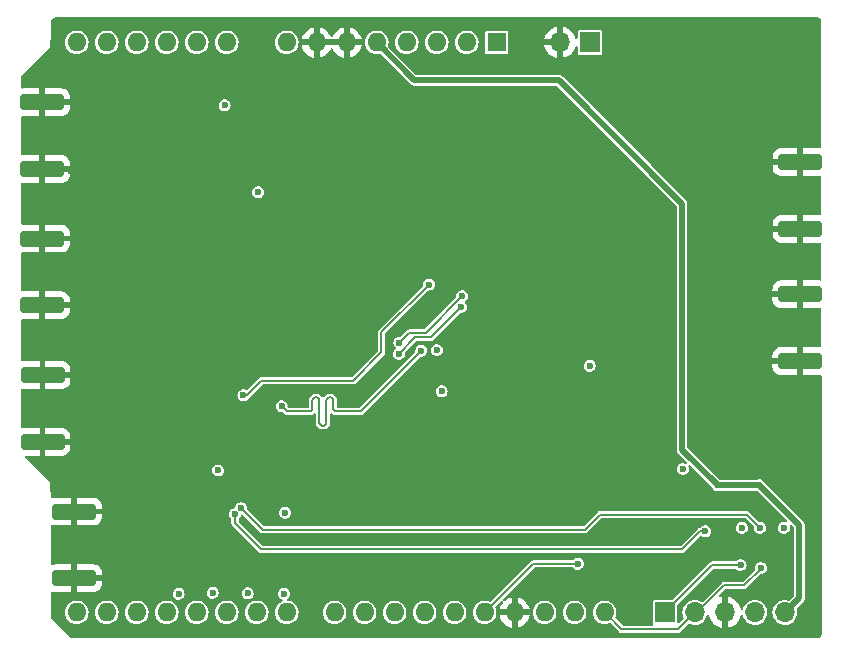
<source format=gbr>
%TF.GenerationSoftware,KiCad,Pcbnew,8.0.6*%
%TF.CreationDate,2025-06-24T21:55:00+02:00*%
%TF.ProjectId,PhaseLoom,50686173-654c-46f6-9f6d-2e6b69636164,rev?*%
%TF.SameCoordinates,Original*%
%TF.FileFunction,Copper,L4,Bot*%
%TF.FilePolarity,Positive*%
%FSLAX46Y46*%
G04 Gerber Fmt 4.6, Leading zero omitted, Abs format (unit mm)*
G04 Created by KiCad (PCBNEW 8.0.6) date 2025-06-24 21:55:00*
%MOMM*%
%LPD*%
G01*
G04 APERTURE LIST*
G04 Aperture macros list*
%AMRoundRect*
0 Rectangle with rounded corners*
0 $1 Rounding radius*
0 $2 $3 $4 $5 $6 $7 $8 $9 X,Y pos of 4 corners*
0 Add a 4 corners polygon primitive as box body*
4,1,4,$2,$3,$4,$5,$6,$7,$8,$9,$2,$3,0*
0 Add four circle primitives for the rounded corners*
1,1,$1+$1,$2,$3*
1,1,$1+$1,$4,$5*
1,1,$1+$1,$6,$7*
1,1,$1+$1,$8,$9*
0 Add four rect primitives between the rounded corners*
20,1,$1+$1,$2,$3,$4,$5,0*
20,1,$1+$1,$4,$5,$6,$7,0*
20,1,$1+$1,$6,$7,$8,$9,0*
20,1,$1+$1,$8,$9,$2,$3,0*%
G04 Aperture macros list end*
%TA.AperFunction,SMDPad,CuDef*%
%ADD10RoundRect,0.250000X-1.600000X0.425000X-1.600000X-0.425000X1.600000X-0.425000X1.600000X0.425000X0*%
%TD*%
%TA.AperFunction,ComponentPad*%
%ADD11R,1.700000X1.700000*%
%TD*%
%TA.AperFunction,ComponentPad*%
%ADD12O,1.700000X1.700000*%
%TD*%
%TA.AperFunction,SMDPad,CuDef*%
%ADD13RoundRect,0.250000X1.600000X-0.425000X1.600000X0.425000X-1.600000X0.425000X-1.600000X-0.425000X0*%
%TD*%
%TA.AperFunction,ComponentPad*%
%ADD14R,1.600000X1.600000*%
%TD*%
%TA.AperFunction,ComponentPad*%
%ADD15O,1.600000X1.600000*%
%TD*%
%TA.AperFunction,ViaPad*%
%ADD16C,0.600000*%
%TD*%
%TA.AperFunction,Conductor*%
%ADD17C,0.500000*%
%TD*%
%TA.AperFunction,Conductor*%
%ADD18C,0.199400*%
%TD*%
%TA.AperFunction,Conductor*%
%ADD19C,0.200000*%
%TD*%
G04 APERTURE END LIST*
D10*
%TO.P,J3,2,Ext*%
%TO.N,GND*%
X127797699Y-134524000D03*
X127797699Y-128874000D03*
%TD*%
D11*
%TO.P,J2,1,Pin_1*%
%TO.N,/SDA_5V*%
X177800000Y-137414000D03*
D12*
%TO.P,J2,2,Pin_2*%
%TO.N,/SCL_5V*%
X180340000Y-137414000D03*
%TO.P,J2,3,Pin_3*%
%TO.N,GND*%
X182879999Y-137414000D03*
%TO.P,J2,4,Pin_4*%
%TO.N,+3V3*%
X185420000Y-137414000D03*
%TO.P,J2,5,Pin_5*%
%TO.N,+5V*%
X187960000Y-137414000D03*
%TD*%
D10*
%TO.P,J5,2,Ext*%
%TO.N,GND*%
X125100000Y-122967000D03*
X125100000Y-117317000D03*
%TD*%
%TO.P,J8,2,Ext*%
%TO.N,GND*%
X125054500Y-111410000D03*
X125054500Y-105760000D03*
%TD*%
D11*
%TO.P,J1,1,Pin_1*%
%TO.N,+3V3*%
X171450000Y-89154000D03*
D12*
%TO.P,J1,2,Pin_2*%
%TO.N,GND*%
X168910000Y-89154000D03*
%TD*%
D10*
%TO.P,J7,2,Ext*%
%TO.N,GND*%
X125091000Y-99878400D03*
X125091000Y-94228400D03*
%TD*%
D13*
%TO.P,J4,2,Ext*%
%TO.N,GND*%
X189245100Y-110484400D03*
X189245100Y-116134400D03*
%TD*%
%TO.P,J6,2,Ext*%
%TO.N,GND*%
X189270500Y-99283000D03*
X189270500Y-104933000D03*
%TD*%
D14*
%TO.P,A1,1,NC*%
%TO.N,unconnected-(A1-NC-Pad1)*%
X163550600Y-89154000D03*
D15*
%TO.P,A1,2,IOREF*%
%TO.N,unconnected-(A1-IOREF-Pad2)*%
X161010600Y-89154000D03*
%TO.P,A1,3,~{RESET}*%
%TO.N,unconnected-(A1-~{RESET}-Pad3)*%
X158470601Y-89154000D03*
%TO.P,A1,4,3V3*%
%TO.N,unconnected-(A1-3V3-Pad4)*%
X155930600Y-89154000D03*
%TO.P,A1,5,+5V*%
%TO.N,+5V*%
X153390600Y-89154000D03*
%TO.P,A1,6,GND*%
%TO.N,GND*%
X150850600Y-89154000D03*
%TO.P,A1,7,GND*%
X148310600Y-89154000D03*
%TO.P,A1,8,VIN*%
%TO.N,unconnected-(A1-VIN-Pad8)*%
X145770599Y-89154000D03*
%TO.P,A1,9,A0*%
%TO.N,unconnected-(A1-A0-Pad9)*%
X140690600Y-89154000D03*
%TO.P,A1,10,A1*%
%TO.N,unconnected-(A1-A1-Pad10)*%
X138150600Y-89154000D03*
%TO.P,A1,11,A2*%
%TO.N,unconnected-(A1-A2-Pad11)*%
X135610601Y-89154000D03*
%TO.P,A1,12,A3*%
%TO.N,unconnected-(A1-A3-Pad12)*%
X133070600Y-89154000D03*
%TO.P,A1,13,SDA/A4*%
%TO.N,unconnected-(A1-SDA{slash}A4-Pad13)*%
X130530600Y-89154000D03*
%TO.P,A1,14,SCL/A5*%
%TO.N,unconnected-(A1-SCL{slash}A5-Pad14)*%
X127990600Y-89154000D03*
%TO.P,A1,15,D0/RX*%
%TO.N,unconnected-(A1-D0{slash}RX-Pad15)*%
X127990600Y-137414000D03*
%TO.P,A1,16,D1/TX*%
%TO.N,unconnected-(A1-D1{slash}TX-Pad16)*%
X130530600Y-137414000D03*
%TO.P,A1,17,D2*%
%TO.N,unconnected-(A1-D2-Pad17)*%
X133070600Y-137414000D03*
%TO.P,A1,18,D3*%
%TO.N,unconnected-(A1-D3-Pad18)*%
X135610600Y-137414000D03*
%TO.P,A1,19,D4*%
%TO.N,USRLED1*%
X138150600Y-137414000D03*
%TO.P,A1,20,D5*%
%TO.N,USRLED2*%
X140690600Y-137414000D03*
%TO.P,A1,21,D6*%
%TO.N,USRLED3*%
X143230600Y-137414000D03*
%TO.P,A1,22,D7*%
%TO.N,USRLED4*%
X145770600Y-137414000D03*
%TO.P,A1,23,D8*%
%TO.N,USR5*%
X149830600Y-137414000D03*
%TO.P,A1,24,D9*%
%TO.N,USR4*%
X152370600Y-137414000D03*
%TO.P,A1,25,D10*%
%TO.N,USR3*%
X154910600Y-137414000D03*
%TO.P,A1,26,D11*%
%TO.N,USR2*%
X157450600Y-137414000D03*
%TO.P,A1,27,D12*%
%TO.N,USR1*%
X159990600Y-137414000D03*
%TO.P,A1,28,D13*%
%TO.N,USRLED5*%
X162530600Y-137414000D03*
%TO.P,A1,29,GND*%
%TO.N,GND*%
X165070600Y-137414000D03*
%TO.P,A1,30,AREF*%
%TO.N,unconnected-(A1-AREF-Pad30)*%
X167610600Y-137414000D03*
%TO.P,A1,31,SDA/A4*%
%TO.N,/SDA_5V*%
X170150600Y-137414000D03*
%TO.P,A1,32,SCL/A5*%
%TO.N,/SCL_5V*%
X172690600Y-137414000D03*
%TD*%
D16*
%TO.N,GND*%
X140766800Y-124155200D03*
X142951200Y-124256800D03*
X146100800Y-125425200D03*
X189802622Y-118299378D03*
X189227885Y-118874115D03*
X190449200Y-117652800D03*
X188573830Y-119426570D03*
X186131200Y-121869200D03*
X187352515Y-120647885D03*
X185470800Y-122529600D03*
X183638828Y-124361572D03*
X182345671Y-125654729D03*
X184249485Y-123750915D03*
X184824222Y-123176178D03*
X187927252Y-120073148D03*
X186741858Y-121258542D03*
X183028170Y-124972230D03*
X129641601Y-93980000D03*
X128727200Y-93980000D03*
X130505200Y-93980000D03*
X147456463Y-110220063D03*
X146809885Y-109573485D03*
X148031200Y-110794800D03*
X145592800Y-108356400D03*
X144946222Y-107709822D03*
X146167537Y-108931137D03*
X148488400Y-116484400D03*
X149301201Y-116484400D03*
X150215600Y-116484400D03*
X147624800Y-116484400D03*
X144119600Y-116484400D03*
X145897600Y-116484400D03*
X146710401Y-116484400D03*
X145034000Y-116484400D03*
X143412630Y-115726630D03*
X141580658Y-113894658D03*
X142191315Y-114505315D03*
X142766052Y-115080052D03*
X140970000Y-113284000D03*
X138277857Y-100990657D03*
X139571013Y-102283813D03*
X141474828Y-104187628D03*
X137631278Y-100344078D03*
X140181671Y-102894471D03*
X138888514Y-101601314D03*
X143306800Y-106019600D03*
X142085485Y-104798285D03*
X142660222Y-105373022D03*
X140864170Y-103576970D03*
X136942722Y-99655522D03*
X135110750Y-97823550D03*
X131267200Y-93980000D03*
X133817593Y-96530393D03*
X132524436Y-95237236D03*
X135721407Y-98434207D03*
X136296144Y-99008944D03*
X134500092Y-97212892D03*
X133206935Y-95919735D03*
X131913779Y-94626579D03*
X135891314Y-108205314D03*
X140309600Y-112623600D03*
X138477628Y-110791628D03*
X134634078Y-106948078D03*
X137184471Y-109498471D03*
X139088285Y-111402285D03*
X139663022Y-111977022D03*
X137866970Y-110180970D03*
X135280657Y-107594657D03*
X136573813Y-108887813D03*
X129592114Y-101906114D03*
X131567770Y-103881770D03*
X128334878Y-100648878D03*
X132178428Y-104492428D03*
X128981457Y-101295457D03*
X132789085Y-105103085D03*
X130885271Y-103199271D03*
X130274613Y-102588613D03*
X134010400Y-106324400D03*
X133363822Y-105677822D03*
X178358800Y-126796800D03*
X179324000Y-126796800D03*
X176530000Y-126796800D03*
X180187600Y-126796800D03*
X175666400Y-126796800D03*
X177495200Y-126796800D03*
X181102000Y-126796800D03*
X174802800Y-126796800D03*
X170383200Y-126796800D03*
X173990000Y-126796800D03*
X173075600Y-126796800D03*
X167690800Y-126796800D03*
X169418000Y-126796800D03*
X168554400Y-126796800D03*
X163169600Y-126796800D03*
X166776400Y-126796800D03*
X165862000Y-126796800D03*
X160477200Y-126796800D03*
X162204400Y-126796800D03*
X161340800Y-126796800D03*
X164134800Y-126796800D03*
X164998400Y-126796800D03*
X155956000Y-126796800D03*
X159562800Y-126796800D03*
X158648400Y-126796800D03*
X153263600Y-126796800D03*
X156921200Y-126796800D03*
X157784800Y-126796800D03*
X154990800Y-126796800D03*
X154127200Y-126796800D03*
X152400000Y-126796800D03*
X150622000Y-126796800D03*
X151485600Y-126796800D03*
X149758400Y-126796800D03*
X146964400Y-126796800D03*
X148793200Y-126796800D03*
X147828000Y-126796800D03*
X146100800Y-126796800D03*
X140766800Y-130810000D03*
X138582400Y-130810000D03*
X140766800Y-123088400D03*
X140766800Y-125272800D03*
X142951200Y-123190000D03*
X142951200Y-125374400D03*
X145084800Y-123240800D03*
X145084800Y-125425200D03*
X128270000Y-123139200D03*
X128320800Y-117297200D03*
X128219200Y-111353600D03*
X128016000Y-105714800D03*
X150215600Y-105003600D03*
X153568400Y-120548400D03*
X173786800Y-121107200D03*
X173736000Y-104495600D03*
X186588400Y-99314000D03*
X186486800Y-104952800D03*
X186385200Y-110591600D03*
X186436000Y-116179600D03*
%TO.N,Net-(Q1-S)*%
X185836600Y-130255799D03*
%TO.N,USRLED5*%
X170434000Y-133299200D03*
%TO.N,+3V3*%
X179324000Y-125272800D03*
%TO.N,GND*%
X174599600Y-131216400D03*
X166878000Y-131216400D03*
%TO.N,Net-(Q2-S)*%
X181203600Y-130556000D03*
%TO.N,+3V3*%
X136625417Y-135847795D03*
X139502651Y-135763321D03*
X142476400Y-135802193D03*
X145541988Y-135839200D03*
%TO.N,+5V*%
X185775600Y-126644400D03*
X182270400Y-126644400D03*
%TO.N,/SCL_5V*%
X185928000Y-133654800D03*
%TO.N,/SDA_5V*%
X184200800Y-133400800D03*
%TO.N,GND*%
X132080000Y-108839000D03*
X136979903Y-127359400D03*
X128016000Y-93980000D03*
X142113000Y-129667000D03*
X188316600Y-134075799D03*
X158496000Y-111861600D03*
X150000000Y-92600000D03*
X154678252Y-113657252D03*
X145300000Y-93400000D03*
X134820903Y-125454399D03*
X148700000Y-115600000D03*
X127508000Y-100076000D03*
%TO.N,+3V3*%
X145643602Y-128981200D03*
X139973901Y-125394400D03*
X143359888Y-101830888D03*
X187868600Y-130255799D03*
X171424600Y-116535200D03*
X184312600Y-130255799D03*
X158900000Y-118700000D03*
X140512800Y-94488000D03*
X158484982Y-115200000D03*
%TO.N,/+90*%
X142113439Y-119035718D03*
X157835600Y-109651800D03*
%TO.N,/LO*%
X157175200Y-115265200D03*
X145338796Y-119951800D03*
%TO.N,Net-(Q1-S)*%
X141904403Y-128569400D03*
%TO.N,Net-(Q2-S)*%
X141396403Y-129077400D03*
%TO.N,/I+*%
X155320996Y-114579404D03*
X160629601Y-110642401D03*
%TO.N,/I-*%
X155264754Y-115524084D03*
X160527972Y-111556800D03*
%TD*%
D17*
%TO.N,+5V*%
X182270400Y-126644400D02*
X179250000Y-123624000D01*
X179250000Y-123624000D02*
X179250000Y-102796000D01*
X179250000Y-102796000D02*
X168808400Y-92354400D01*
X168808400Y-92354400D02*
X156591000Y-92354400D01*
X156591000Y-92354400D02*
X153390600Y-89154000D01*
D18*
%TO.N,/LO*%
X147719517Y-120400000D02*
G75*
G03*
X147955500Y-120164000I-17J236000D01*
G01*
X149135517Y-119446000D02*
G75*
G02*
X149371517Y-119210017I235983J0D01*
G01*
X149725517Y-120164000D02*
G75*
G03*
X149961517Y-120399983I235983J0D01*
G01*
X148309517Y-119210000D02*
G75*
G02*
X148545500Y-119446000I-17J-236000D01*
G01*
X147955517Y-119446000D02*
G75*
G02*
X148191517Y-119210017I235983J0D01*
G01*
X149489517Y-119210000D02*
G75*
G02*
X149725500Y-119446000I-17J-236000D01*
G01*
X148899517Y-121590000D02*
G75*
G03*
X149135500Y-121354000I-17J236000D01*
G01*
X148545517Y-121354000D02*
G75*
G03*
X148781517Y-121589983I235983J0D01*
G01*
X149135517Y-121354000D02*
X149135517Y-119446000D01*
X148781517Y-121590000D02*
X148899517Y-121590000D01*
X148545517Y-119446000D02*
X148545517Y-121354000D01*
X149725517Y-119446000D02*
X149725517Y-120164000D01*
X147955517Y-120164000D02*
X147955517Y-119446000D01*
X152040400Y-120400000D02*
X157175200Y-115265200D01*
X149961517Y-120400000D02*
X152040400Y-120400000D01*
X149371517Y-119210000D02*
X149489517Y-119210000D01*
X145786996Y-120400000D02*
X147719517Y-120400000D01*
X145338796Y-119951800D02*
X145786996Y-120400000D01*
X148191517Y-119210000D02*
X148309517Y-119210000D01*
%TO.N,/+90*%
X142113439Y-119035718D02*
X142381082Y-119035718D01*
X142381082Y-119035718D02*
X143616800Y-117800000D01*
%TO.N,USRLED5*%
X170434000Y-133299200D02*
X166645400Y-133299200D01*
X166645400Y-133299200D02*
X162530600Y-137414000D01*
%TO.N,Net-(Q1-S)*%
X185836600Y-130255799D02*
X184714401Y-129133600D01*
X184714401Y-129133600D02*
X172306400Y-129133600D01*
X143735003Y-130400000D02*
X141904403Y-128569400D01*
X172306400Y-129133600D02*
X171040000Y-130400000D01*
X171040000Y-130400000D02*
X143735003Y-130400000D01*
%TO.N,Net-(Q2-S)*%
X141396403Y-129839403D02*
X141396403Y-129077400D01*
X181203600Y-130556000D02*
X180746400Y-130556000D01*
X180746400Y-130556000D02*
X179222400Y-132080000D01*
X179222400Y-132080000D02*
X143637000Y-132080000D01*
X143637000Y-132080000D02*
X141396403Y-129839403D01*
D17*
%TO.N,+5V*%
X185775600Y-126644400D02*
X189179200Y-130048000D01*
X189179200Y-130048000D02*
X189179200Y-136194800D01*
X189179200Y-136194800D02*
X187960000Y-137414000D01*
X182270400Y-126644400D02*
X185775600Y-126644400D01*
D18*
%TO.N,/SCL_5V*%
X185928000Y-133705600D02*
X185928000Y-133654800D01*
X180492400Y-137414000D02*
X182778400Y-135128000D01*
X182778400Y-135128000D02*
X184505600Y-135128000D01*
X184505600Y-135128000D02*
X185928000Y-133705600D01*
X180340000Y-137414000D02*
X178917600Y-138836400D01*
X178917600Y-138836400D02*
X174113000Y-138836400D01*
X174113000Y-138836400D02*
X172690600Y-137414000D01*
%TO.N,/SDA_5V*%
X177800000Y-137414000D02*
X181813200Y-133400800D01*
X181813200Y-133400800D02*
X184200800Y-133400800D01*
%TO.N,/+90*%
X157835600Y-109651800D02*
X153800000Y-113687400D01*
X153800000Y-113687400D02*
X153800000Y-115400000D01*
X153800000Y-115400000D02*
X151400000Y-117800000D01*
X151400000Y-117800000D02*
X143616800Y-117800000D01*
D19*
%TO.N,/I+*%
X156159200Y-113741200D02*
X157530802Y-113741200D01*
X157530802Y-113741200D02*
X160629601Y-110642401D01*
X155320996Y-114579404D02*
X156159200Y-113741200D01*
%TO.N,/I-*%
X156666638Y-114122200D02*
X157962572Y-114122200D01*
X155264754Y-115524084D02*
X156666638Y-114122200D01*
X157962572Y-114122200D02*
X160527972Y-111556800D01*
%TD*%
%TA.AperFunction,Conductor*%
%TO.N,GND*%
G36*
X150384675Y-88961007D02*
G01*
X150350600Y-89088174D01*
X150350600Y-89219826D01*
X150384675Y-89346993D01*
X150417588Y-89404000D01*
X148743612Y-89404000D01*
X148776525Y-89346993D01*
X148810600Y-89219826D01*
X148810600Y-89088174D01*
X148776525Y-88961007D01*
X148743612Y-88904000D01*
X150417588Y-88904000D01*
X150384675Y-88961007D01*
G37*
%TD.AperFunction*%
%TA.AperFunction,Conductor*%
G36*
X190605512Y-87001121D02*
G01*
X190700073Y-87011775D01*
X190721669Y-87016705D01*
X190806202Y-87046283D01*
X190826168Y-87055899D01*
X190864079Y-87079720D01*
X190901987Y-87103540D01*
X190919319Y-87117361D01*
X190971646Y-87169688D01*
X190999423Y-87224205D01*
X191000642Y-87239504D01*
X191021039Y-98008812D01*
X191002242Y-98067039D01*
X190952810Y-98103096D01*
X190922039Y-98108000D01*
X189520501Y-98108000D01*
X189520500Y-98108001D01*
X189520500Y-100457998D01*
X189520501Y-100457999D01*
X190920472Y-100457999D01*
X190921826Y-100457930D01*
X190922082Y-100457999D01*
X190922998Y-100457999D01*
X190922998Y-100458245D01*
X190980903Y-100473852D01*
X191019340Y-100521457D01*
X191025864Y-100556614D01*
X191031741Y-103659548D01*
X191012944Y-103717775D01*
X190963512Y-103753832D01*
X190922697Y-103758225D01*
X190920491Y-103758000D01*
X189520501Y-103758000D01*
X189520500Y-103758001D01*
X189520500Y-106107998D01*
X189520501Y-106107999D01*
X190920481Y-106107999D01*
X190927496Y-106107282D01*
X190987308Y-106120175D01*
X191028118Y-106165762D01*
X191036562Y-106205581D01*
X191042261Y-109214618D01*
X191023464Y-109272845D01*
X190974032Y-109308902D01*
X190933201Y-109313294D01*
X190895080Y-109309400D01*
X189495101Y-109309400D01*
X189495100Y-109309401D01*
X189495100Y-111659398D01*
X189495101Y-111659399D01*
X190895086Y-111659399D01*
X190938008Y-111655014D01*
X190997819Y-111667909D01*
X191038628Y-111713498D01*
X191047070Y-111753314D01*
X191052964Y-114865713D01*
X191034167Y-114923939D01*
X190984735Y-114959996D01*
X190943902Y-114964387D01*
X190895088Y-114959400D01*
X189495101Y-114959400D01*
X189495100Y-114959401D01*
X189495100Y-117309398D01*
X189495101Y-117309399D01*
X190895086Y-117309399D01*
X190948707Y-117303921D01*
X191008518Y-117316816D01*
X191049327Y-117362405D01*
X191057769Y-117402221D01*
X191098863Y-139099906D01*
X191098240Y-139111178D01*
X191088225Y-139200061D01*
X191083293Y-139221673D01*
X191053718Y-139306196D01*
X191044098Y-139326171D01*
X190996459Y-139401987D01*
X190982638Y-139419319D01*
X190919319Y-139482638D01*
X190901987Y-139496459D01*
X190826171Y-139544098D01*
X190806196Y-139553718D01*
X190721673Y-139583293D01*
X190700061Y-139588225D01*
X190605529Y-139598877D01*
X190594444Y-139599500D01*
X127575508Y-139599500D01*
X127517317Y-139580593D01*
X127505504Y-139570504D01*
X125829496Y-137894496D01*
X125801719Y-137839979D01*
X125800500Y-137824492D01*
X125800500Y-137413996D01*
X126985259Y-137413996D01*
X126985259Y-137414003D01*
X127004574Y-137610126D01*
X127004575Y-137610129D01*
X127061787Y-137798730D01*
X127061788Y-137798732D01*
X127120757Y-137909054D01*
X127154690Y-137972538D01*
X127154692Y-137972540D01*
X127154693Y-137972542D01*
X127279712Y-138124878D01*
X127279721Y-138124887D01*
X127419918Y-138239944D01*
X127432062Y-138249910D01*
X127527970Y-138301174D01*
X127604774Y-138342227D01*
X127605873Y-138342814D01*
X127794468Y-138400024D01*
X127794470Y-138400024D01*
X127794473Y-138400025D01*
X127990597Y-138419341D01*
X127990600Y-138419341D01*
X127990603Y-138419341D01*
X128186726Y-138400025D01*
X128186727Y-138400024D01*
X128186732Y-138400024D01*
X128375327Y-138342814D01*
X128549138Y-138249910D01*
X128701483Y-138124883D01*
X128826510Y-137972538D01*
X128919414Y-137798727D01*
X128976624Y-137610132D01*
X128976934Y-137606993D01*
X128995941Y-137414003D01*
X128995941Y-137413996D01*
X129525259Y-137413996D01*
X129525259Y-137414003D01*
X129544574Y-137610126D01*
X129544575Y-137610129D01*
X129601787Y-137798730D01*
X129601788Y-137798732D01*
X129660757Y-137909054D01*
X129694690Y-137972538D01*
X129694692Y-137972540D01*
X129694693Y-137972542D01*
X129819712Y-138124878D01*
X129819721Y-138124887D01*
X129959918Y-138239944D01*
X129972062Y-138249910D01*
X130067970Y-138301174D01*
X130144774Y-138342227D01*
X130145873Y-138342814D01*
X130334468Y-138400024D01*
X130334470Y-138400024D01*
X130334473Y-138400025D01*
X130530597Y-138419341D01*
X130530600Y-138419341D01*
X130530603Y-138419341D01*
X130726726Y-138400025D01*
X130726727Y-138400024D01*
X130726732Y-138400024D01*
X130915327Y-138342814D01*
X131089138Y-138249910D01*
X131241483Y-138124883D01*
X131366510Y-137972538D01*
X131459414Y-137798727D01*
X131516624Y-137610132D01*
X131516934Y-137606993D01*
X131535941Y-137414003D01*
X131535941Y-137413996D01*
X132065259Y-137413996D01*
X132065259Y-137414003D01*
X132084574Y-137610126D01*
X132084575Y-137610129D01*
X132141787Y-137798730D01*
X132141788Y-137798732D01*
X132200757Y-137909054D01*
X132234690Y-137972538D01*
X132234692Y-137972540D01*
X132234693Y-137972542D01*
X132359712Y-138124878D01*
X132359721Y-138124887D01*
X132499918Y-138239944D01*
X132512062Y-138249910D01*
X132607970Y-138301174D01*
X132684774Y-138342227D01*
X132685873Y-138342814D01*
X132874468Y-138400024D01*
X132874470Y-138400024D01*
X132874473Y-138400025D01*
X133070597Y-138419341D01*
X133070600Y-138419341D01*
X133070603Y-138419341D01*
X133266726Y-138400025D01*
X133266727Y-138400024D01*
X133266732Y-138400024D01*
X133455327Y-138342814D01*
X133629138Y-138249910D01*
X133781483Y-138124883D01*
X133906510Y-137972538D01*
X133999414Y-137798727D01*
X134056624Y-137610132D01*
X134056934Y-137606993D01*
X134075941Y-137414003D01*
X134075941Y-137413996D01*
X134605259Y-137413996D01*
X134605259Y-137414003D01*
X134624574Y-137610126D01*
X134624575Y-137610129D01*
X134681787Y-137798730D01*
X134681788Y-137798732D01*
X134740757Y-137909054D01*
X134774690Y-137972538D01*
X134774692Y-137972540D01*
X134774693Y-137972542D01*
X134899712Y-138124878D01*
X134899721Y-138124887D01*
X135039918Y-138239944D01*
X135052062Y-138249910D01*
X135147970Y-138301174D01*
X135224774Y-138342227D01*
X135225873Y-138342814D01*
X135414468Y-138400024D01*
X135414470Y-138400024D01*
X135414473Y-138400025D01*
X135610597Y-138419341D01*
X135610600Y-138419341D01*
X135610603Y-138419341D01*
X135806726Y-138400025D01*
X135806727Y-138400024D01*
X135806732Y-138400024D01*
X135995327Y-138342814D01*
X136169138Y-138249910D01*
X136321483Y-138124883D01*
X136446510Y-137972538D01*
X136539414Y-137798727D01*
X136596624Y-137610132D01*
X136596934Y-137606993D01*
X136615941Y-137414003D01*
X136615941Y-137413996D01*
X137145259Y-137413996D01*
X137145259Y-137414003D01*
X137164574Y-137610126D01*
X137164575Y-137610129D01*
X137221787Y-137798730D01*
X137221788Y-137798732D01*
X137280757Y-137909054D01*
X137314690Y-137972538D01*
X137314692Y-137972540D01*
X137314693Y-137972542D01*
X137439712Y-138124878D01*
X137439721Y-138124887D01*
X137579918Y-138239944D01*
X137592062Y-138249910D01*
X137687970Y-138301174D01*
X137764774Y-138342227D01*
X137765873Y-138342814D01*
X137954468Y-138400024D01*
X137954470Y-138400024D01*
X137954473Y-138400025D01*
X138150597Y-138419341D01*
X138150600Y-138419341D01*
X138150603Y-138419341D01*
X138346726Y-138400025D01*
X138346727Y-138400024D01*
X138346732Y-138400024D01*
X138535327Y-138342814D01*
X138709138Y-138249910D01*
X138861483Y-138124883D01*
X138986510Y-137972538D01*
X139079414Y-137798727D01*
X139136624Y-137610132D01*
X139136934Y-137606993D01*
X139155941Y-137414003D01*
X139155941Y-137413996D01*
X139685259Y-137413996D01*
X139685259Y-137414003D01*
X139704574Y-137610126D01*
X139704575Y-137610129D01*
X139761787Y-137798730D01*
X139761788Y-137798732D01*
X139820757Y-137909054D01*
X139854690Y-137972538D01*
X139854692Y-137972540D01*
X139854693Y-137972542D01*
X139979712Y-138124878D01*
X139979721Y-138124887D01*
X140119918Y-138239944D01*
X140132062Y-138249910D01*
X140227970Y-138301174D01*
X140304774Y-138342227D01*
X140305873Y-138342814D01*
X140494468Y-138400024D01*
X140494470Y-138400024D01*
X140494473Y-138400025D01*
X140690597Y-138419341D01*
X140690600Y-138419341D01*
X140690603Y-138419341D01*
X140886726Y-138400025D01*
X140886727Y-138400024D01*
X140886732Y-138400024D01*
X141075327Y-138342814D01*
X141249138Y-138249910D01*
X141401483Y-138124883D01*
X141526510Y-137972538D01*
X141619414Y-137798727D01*
X141676624Y-137610132D01*
X141676934Y-137606993D01*
X141695941Y-137414003D01*
X141695941Y-137413996D01*
X142225259Y-137413996D01*
X142225259Y-137414003D01*
X142244574Y-137610126D01*
X142244575Y-137610129D01*
X142301787Y-137798730D01*
X142301788Y-137798732D01*
X142360757Y-137909054D01*
X142394690Y-137972538D01*
X142394692Y-137972540D01*
X142394693Y-137972542D01*
X142519712Y-138124878D01*
X142519721Y-138124887D01*
X142659918Y-138239944D01*
X142672062Y-138249910D01*
X142767970Y-138301174D01*
X142844774Y-138342227D01*
X142845873Y-138342814D01*
X143034468Y-138400024D01*
X143034470Y-138400024D01*
X143034473Y-138400025D01*
X143230597Y-138419341D01*
X143230600Y-138419341D01*
X143230603Y-138419341D01*
X143426726Y-138400025D01*
X143426727Y-138400024D01*
X143426732Y-138400024D01*
X143615327Y-138342814D01*
X143789138Y-138249910D01*
X143941483Y-138124883D01*
X144066510Y-137972538D01*
X144159414Y-137798727D01*
X144216624Y-137610132D01*
X144216934Y-137606993D01*
X144235941Y-137414003D01*
X144235941Y-137413996D01*
X144765259Y-137413996D01*
X144765259Y-137414003D01*
X144784574Y-137610126D01*
X144784575Y-137610129D01*
X144841787Y-137798730D01*
X144841788Y-137798732D01*
X144900757Y-137909054D01*
X144934690Y-137972538D01*
X144934692Y-137972540D01*
X144934693Y-137972542D01*
X145059712Y-138124878D01*
X145059721Y-138124887D01*
X145199918Y-138239944D01*
X145212062Y-138249910D01*
X145307970Y-138301174D01*
X145384774Y-138342227D01*
X145385873Y-138342814D01*
X145574468Y-138400024D01*
X145574470Y-138400024D01*
X145574473Y-138400025D01*
X145770597Y-138419341D01*
X145770600Y-138419341D01*
X145770603Y-138419341D01*
X145966726Y-138400025D01*
X145966727Y-138400024D01*
X145966732Y-138400024D01*
X146155327Y-138342814D01*
X146329138Y-138249910D01*
X146481483Y-138124883D01*
X146606510Y-137972538D01*
X146699414Y-137798727D01*
X146756624Y-137610132D01*
X146756934Y-137606993D01*
X146775941Y-137414003D01*
X146775941Y-137413996D01*
X148825259Y-137413996D01*
X148825259Y-137414003D01*
X148844574Y-137610126D01*
X148844575Y-137610129D01*
X148901787Y-137798730D01*
X148901788Y-137798732D01*
X148960757Y-137909054D01*
X148994690Y-137972538D01*
X148994692Y-137972540D01*
X148994693Y-137972542D01*
X149119712Y-138124878D01*
X149119721Y-138124887D01*
X149259918Y-138239944D01*
X149272062Y-138249910D01*
X149367970Y-138301174D01*
X149444774Y-138342227D01*
X149445873Y-138342814D01*
X149634468Y-138400024D01*
X149634470Y-138400024D01*
X149634473Y-138400025D01*
X149830597Y-138419341D01*
X149830600Y-138419341D01*
X149830603Y-138419341D01*
X150026726Y-138400025D01*
X150026727Y-138400024D01*
X150026732Y-138400024D01*
X150215327Y-138342814D01*
X150389138Y-138249910D01*
X150541483Y-138124883D01*
X150666510Y-137972538D01*
X150759414Y-137798727D01*
X150816624Y-137610132D01*
X150816934Y-137606993D01*
X150835941Y-137414003D01*
X150835941Y-137413996D01*
X151365259Y-137413996D01*
X151365259Y-137414003D01*
X151384574Y-137610126D01*
X151384575Y-137610129D01*
X151441787Y-137798730D01*
X151441788Y-137798732D01*
X151500757Y-137909054D01*
X151534690Y-137972538D01*
X151534692Y-137972540D01*
X151534693Y-137972542D01*
X151659712Y-138124878D01*
X151659721Y-138124887D01*
X151799918Y-138239944D01*
X151812062Y-138249910D01*
X151907970Y-138301174D01*
X151984774Y-138342227D01*
X151985873Y-138342814D01*
X152174468Y-138400024D01*
X152174470Y-138400024D01*
X152174473Y-138400025D01*
X152370597Y-138419341D01*
X152370600Y-138419341D01*
X152370603Y-138419341D01*
X152566726Y-138400025D01*
X152566727Y-138400024D01*
X152566732Y-138400024D01*
X152755327Y-138342814D01*
X152929138Y-138249910D01*
X153081483Y-138124883D01*
X153206510Y-137972538D01*
X153299414Y-137798727D01*
X153356624Y-137610132D01*
X153356934Y-137606993D01*
X153375941Y-137414003D01*
X153375941Y-137413996D01*
X153905259Y-137413996D01*
X153905259Y-137414003D01*
X153924574Y-137610126D01*
X153924575Y-137610129D01*
X153981787Y-137798730D01*
X153981788Y-137798732D01*
X154040757Y-137909054D01*
X154074690Y-137972538D01*
X154074692Y-137972540D01*
X154074693Y-137972542D01*
X154199712Y-138124878D01*
X154199721Y-138124887D01*
X154339918Y-138239944D01*
X154352062Y-138249910D01*
X154447970Y-138301174D01*
X154524774Y-138342227D01*
X154525873Y-138342814D01*
X154714468Y-138400024D01*
X154714470Y-138400024D01*
X154714473Y-138400025D01*
X154910597Y-138419341D01*
X154910600Y-138419341D01*
X154910603Y-138419341D01*
X155106726Y-138400025D01*
X155106727Y-138400024D01*
X155106732Y-138400024D01*
X155295327Y-138342814D01*
X155469138Y-138249910D01*
X155621483Y-138124883D01*
X155746510Y-137972538D01*
X155839414Y-137798727D01*
X155896624Y-137610132D01*
X155896934Y-137606993D01*
X155915941Y-137414003D01*
X155915941Y-137413996D01*
X156445259Y-137413996D01*
X156445259Y-137414003D01*
X156464574Y-137610126D01*
X156464575Y-137610129D01*
X156521787Y-137798730D01*
X156521788Y-137798732D01*
X156580757Y-137909054D01*
X156614690Y-137972538D01*
X156614692Y-137972540D01*
X156614693Y-137972542D01*
X156739712Y-138124878D01*
X156739721Y-138124887D01*
X156879918Y-138239944D01*
X156892062Y-138249910D01*
X156987970Y-138301174D01*
X157064774Y-138342227D01*
X157065873Y-138342814D01*
X157254468Y-138400024D01*
X157254470Y-138400024D01*
X157254473Y-138400025D01*
X157450597Y-138419341D01*
X157450600Y-138419341D01*
X157450603Y-138419341D01*
X157646726Y-138400025D01*
X157646727Y-138400024D01*
X157646732Y-138400024D01*
X157835327Y-138342814D01*
X158009138Y-138249910D01*
X158161483Y-138124883D01*
X158286510Y-137972538D01*
X158379414Y-137798727D01*
X158436624Y-137610132D01*
X158436934Y-137606993D01*
X158455941Y-137414003D01*
X158455941Y-137413996D01*
X158985259Y-137413996D01*
X158985259Y-137414003D01*
X159004574Y-137610126D01*
X159004575Y-137610129D01*
X159061787Y-137798730D01*
X159061788Y-137798732D01*
X159120757Y-137909054D01*
X159154690Y-137972538D01*
X159154692Y-137972540D01*
X159154693Y-137972542D01*
X159279712Y-138124878D01*
X159279721Y-138124887D01*
X159419918Y-138239944D01*
X159432062Y-138249910D01*
X159527970Y-138301174D01*
X159604774Y-138342227D01*
X159605873Y-138342814D01*
X159794468Y-138400024D01*
X159794470Y-138400024D01*
X159794473Y-138400025D01*
X159990597Y-138419341D01*
X159990600Y-138419341D01*
X159990603Y-138419341D01*
X160186726Y-138400025D01*
X160186727Y-138400024D01*
X160186732Y-138400024D01*
X160375327Y-138342814D01*
X160549138Y-138249910D01*
X160701483Y-138124883D01*
X160826510Y-137972538D01*
X160919414Y-137798727D01*
X160976624Y-137610132D01*
X160976934Y-137606993D01*
X160995941Y-137414003D01*
X160995941Y-137413996D01*
X161525259Y-137413996D01*
X161525259Y-137414003D01*
X161544574Y-137610126D01*
X161544575Y-137610129D01*
X161601787Y-137798730D01*
X161601788Y-137798732D01*
X161660757Y-137909054D01*
X161694690Y-137972538D01*
X161694692Y-137972540D01*
X161694693Y-137972542D01*
X161819712Y-138124878D01*
X161819721Y-138124887D01*
X161959918Y-138239944D01*
X161972062Y-138249910D01*
X162067970Y-138301174D01*
X162144774Y-138342227D01*
X162145873Y-138342814D01*
X162334468Y-138400024D01*
X162334470Y-138400024D01*
X162334473Y-138400025D01*
X162530597Y-138419341D01*
X162530600Y-138419341D01*
X162530603Y-138419341D01*
X162726726Y-138400025D01*
X162726727Y-138400024D01*
X162726732Y-138400024D01*
X162915327Y-138342814D01*
X163089138Y-138249910D01*
X163241483Y-138124883D01*
X163366510Y-137972538D01*
X163459414Y-137798727D01*
X163516624Y-137610132D01*
X163516934Y-137606993D01*
X163535941Y-137414003D01*
X163535941Y-137413996D01*
X163516625Y-137217873D01*
X163516624Y-137217870D01*
X163516624Y-137217868D01*
X163459414Y-137029273D01*
X163452386Y-137016125D01*
X163441629Y-136955896D01*
X163468329Y-136900844D01*
X163469642Y-136899503D01*
X163917708Y-136451437D01*
X163972223Y-136423662D01*
X164032655Y-136433233D01*
X164075920Y-136476498D01*
X164085491Y-136536930D01*
X164068806Y-136578227D01*
X163940465Y-136761518D01*
X163844333Y-136967676D01*
X163791728Y-137164000D01*
X164637588Y-137164000D01*
X164604675Y-137221007D01*
X164570600Y-137348174D01*
X164570600Y-137479826D01*
X164604675Y-137606993D01*
X164637588Y-137664000D01*
X163791728Y-137664000D01*
X163844333Y-137860323D01*
X163940465Y-138066481D01*
X164070934Y-138252811D01*
X164231788Y-138413665D01*
X164418118Y-138544134D01*
X164624276Y-138640266D01*
X164820600Y-138692872D01*
X164820600Y-137847012D01*
X164877607Y-137879925D01*
X165004774Y-137914000D01*
X165136426Y-137914000D01*
X165263593Y-137879925D01*
X165320600Y-137847012D01*
X165320600Y-138692871D01*
X165516923Y-138640266D01*
X165723081Y-138544134D01*
X165909411Y-138413665D01*
X166070265Y-138252811D01*
X166200734Y-138066481D01*
X166296866Y-137860323D01*
X166349472Y-137664000D01*
X165503612Y-137664000D01*
X165536525Y-137606993D01*
X165570600Y-137479826D01*
X165570600Y-137413996D01*
X166605259Y-137413996D01*
X166605259Y-137414003D01*
X166624574Y-137610126D01*
X166624575Y-137610129D01*
X166681787Y-137798730D01*
X166681788Y-137798732D01*
X166740757Y-137909054D01*
X166774690Y-137972538D01*
X166774692Y-137972540D01*
X166774693Y-137972542D01*
X166899712Y-138124878D01*
X166899721Y-138124887D01*
X167039918Y-138239944D01*
X167052062Y-138249910D01*
X167147970Y-138301174D01*
X167224774Y-138342227D01*
X167225873Y-138342814D01*
X167414468Y-138400024D01*
X167414470Y-138400024D01*
X167414473Y-138400025D01*
X167610597Y-138419341D01*
X167610600Y-138419341D01*
X167610603Y-138419341D01*
X167806726Y-138400025D01*
X167806727Y-138400024D01*
X167806732Y-138400024D01*
X167995327Y-138342814D01*
X168169138Y-138249910D01*
X168321483Y-138124883D01*
X168446510Y-137972538D01*
X168539414Y-137798727D01*
X168596624Y-137610132D01*
X168596934Y-137606993D01*
X168615941Y-137414003D01*
X168615941Y-137413996D01*
X169145259Y-137413996D01*
X169145259Y-137414003D01*
X169164574Y-137610126D01*
X169164575Y-137610129D01*
X169221787Y-137798730D01*
X169221788Y-137798732D01*
X169280757Y-137909054D01*
X169314690Y-137972538D01*
X169314692Y-137972540D01*
X169314693Y-137972542D01*
X169439712Y-138124878D01*
X169439721Y-138124887D01*
X169579918Y-138239944D01*
X169592062Y-138249910D01*
X169687970Y-138301174D01*
X169764774Y-138342227D01*
X169765873Y-138342814D01*
X169954468Y-138400024D01*
X169954470Y-138400024D01*
X169954473Y-138400025D01*
X170150597Y-138419341D01*
X170150600Y-138419341D01*
X170150603Y-138419341D01*
X170346726Y-138400025D01*
X170346727Y-138400024D01*
X170346732Y-138400024D01*
X170535327Y-138342814D01*
X170709138Y-138249910D01*
X170861483Y-138124883D01*
X170986510Y-137972538D01*
X171079414Y-137798727D01*
X171136624Y-137610132D01*
X171136934Y-137606993D01*
X171155941Y-137414003D01*
X171155941Y-137413996D01*
X171685259Y-137413996D01*
X171685259Y-137414003D01*
X171704574Y-137610126D01*
X171704575Y-137610129D01*
X171761787Y-137798730D01*
X171761788Y-137798732D01*
X171820757Y-137909054D01*
X171854690Y-137972538D01*
X171854692Y-137972540D01*
X171854693Y-137972542D01*
X171979712Y-138124878D01*
X171979721Y-138124887D01*
X172119918Y-138239944D01*
X172132062Y-138249910D01*
X172227970Y-138301174D01*
X172304774Y-138342227D01*
X172305873Y-138342814D01*
X172494468Y-138400024D01*
X172494470Y-138400024D01*
X172494473Y-138400025D01*
X172690597Y-138419341D01*
X172690600Y-138419341D01*
X172690603Y-138419341D01*
X172886726Y-138400025D01*
X172886732Y-138400024D01*
X172922308Y-138389232D01*
X173075327Y-138342814D01*
X173088467Y-138335789D01*
X173148698Y-138325029D01*
X173203752Y-138351726D01*
X173205146Y-138353092D01*
X173872781Y-139020727D01*
X173872780Y-139020727D01*
X173928672Y-139076618D01*
X173928677Y-139076622D01*
X173997123Y-139116139D01*
X173997127Y-139116141D01*
X174073475Y-139136599D01*
X174073477Y-139136600D01*
X174073478Y-139136600D01*
X178957123Y-139136600D01*
X178957123Y-139136599D01*
X179033473Y-139116141D01*
X179061430Y-139100000D01*
X179101927Y-139076620D01*
X179788508Y-138390037D01*
X179843023Y-138362262D01*
X179903455Y-138371833D01*
X179905172Y-138372729D01*
X179936046Y-138389232D01*
X180073997Y-138431078D01*
X180134065Y-138449300D01*
X180134070Y-138449301D01*
X180339997Y-138469583D01*
X180340000Y-138469583D01*
X180340003Y-138469583D01*
X180545929Y-138449301D01*
X180545934Y-138449300D01*
X180743954Y-138389232D01*
X180926450Y-138291685D01*
X181086410Y-138160410D01*
X181217685Y-138000450D01*
X181315232Y-137817954D01*
X181360819Y-137667671D01*
X181395802Y-137617477D01*
X181453611Y-137597430D01*
X181512162Y-137615191D01*
X181549091Y-137663975D01*
X181551182Y-137670788D01*
X181606568Y-137877489D01*
X181706398Y-138091577D01*
X181841885Y-138285073D01*
X182008925Y-138452113D01*
X182202421Y-138587600D01*
X182416508Y-138687430D01*
X182629999Y-138744634D01*
X182629999Y-137847012D01*
X182687006Y-137879925D01*
X182814173Y-137914000D01*
X182945825Y-137914000D01*
X183072992Y-137879925D01*
X183129999Y-137847012D01*
X183129999Y-138744633D01*
X183343489Y-138687430D01*
X183557576Y-138587600D01*
X183751072Y-138452113D01*
X183918112Y-138285073D01*
X184053599Y-138091577D01*
X184153429Y-137877490D01*
X184208816Y-137670784D01*
X184242140Y-137619470D01*
X184299261Y-137597543D01*
X184358362Y-137613378D01*
X184396867Y-137660928D01*
X184399180Y-137667669D01*
X184444768Y-137817954D01*
X184542316Y-138000452D01*
X184644430Y-138124878D01*
X184673590Y-138160410D01*
X184673595Y-138160414D01*
X184833547Y-138291683D01*
X184833548Y-138291683D01*
X184833550Y-138291685D01*
X185016046Y-138389232D01*
X185153997Y-138431078D01*
X185214065Y-138449300D01*
X185214070Y-138449301D01*
X185419997Y-138469583D01*
X185420000Y-138469583D01*
X185420003Y-138469583D01*
X185625929Y-138449301D01*
X185625934Y-138449300D01*
X185823954Y-138389232D01*
X186006450Y-138291685D01*
X186166410Y-138160410D01*
X186297685Y-138000450D01*
X186395232Y-137817954D01*
X186455300Y-137619934D01*
X186455301Y-137619929D01*
X186475583Y-137414003D01*
X186475583Y-137413996D01*
X186455301Y-137208070D01*
X186455300Y-137208065D01*
X186401064Y-137029273D01*
X186395232Y-137010046D01*
X186297685Y-136827550D01*
X186251164Y-136770864D01*
X186166414Y-136667595D01*
X186166410Y-136667590D01*
X186166404Y-136667585D01*
X186006452Y-136536316D01*
X185823954Y-136438768D01*
X185625934Y-136378699D01*
X185625929Y-136378698D01*
X185420003Y-136358417D01*
X185419997Y-136358417D01*
X185214070Y-136378698D01*
X185214065Y-136378699D01*
X185016045Y-136438768D01*
X184833547Y-136536316D01*
X184673595Y-136667585D01*
X184673585Y-136667595D01*
X184542316Y-136827547D01*
X184444768Y-137010045D01*
X184399180Y-137160330D01*
X184364195Y-137210527D01*
X184306387Y-137230573D01*
X184247836Y-137212812D01*
X184210907Y-137164027D01*
X184208816Y-137157215D01*
X184153428Y-136950505D01*
X184053604Y-136736432D01*
X184053600Y-136736424D01*
X183918112Y-136542926D01*
X183751072Y-136375886D01*
X183557576Y-136240399D01*
X183343488Y-136140569D01*
X183129999Y-136083364D01*
X183129999Y-136980988D01*
X183072992Y-136948075D01*
X182945825Y-136914000D01*
X182814173Y-136914000D01*
X182687006Y-136948075D01*
X182629999Y-136980988D01*
X182629999Y-136083363D01*
X182464493Y-136127711D01*
X182403392Y-136124508D01*
X182355842Y-136086003D01*
X182340006Y-136026903D01*
X182361933Y-135969781D01*
X182368860Y-135962086D01*
X182873751Y-135457196D01*
X182928268Y-135429419D01*
X182943755Y-135428200D01*
X184545123Y-135428200D01*
X184545123Y-135428199D01*
X184598790Y-135413818D01*
X184621470Y-135407742D01*
X184621470Y-135407741D01*
X184621473Y-135407741D01*
X184655939Y-135387842D01*
X184689927Y-135368220D01*
X185873850Y-134184295D01*
X185928367Y-134156519D01*
X185943854Y-134155300D01*
X185999959Y-134155300D01*
X185999961Y-134155300D01*
X186138053Y-134114753D01*
X186259128Y-134036943D01*
X186353377Y-133928173D01*
X186413165Y-133797257D01*
X186433647Y-133654800D01*
X186430594Y-133633569D01*
X186413165Y-133512343D01*
X186362223Y-133400797D01*
X186353377Y-133381427D01*
X186259128Y-133272657D01*
X186259127Y-133272656D01*
X186259126Y-133272655D01*
X186138057Y-133194849D01*
X186138054Y-133194847D01*
X186138053Y-133194847D01*
X186138050Y-133194846D01*
X185999964Y-133154300D01*
X185999961Y-133154300D01*
X185856039Y-133154300D01*
X185856035Y-133154300D01*
X185717949Y-133194846D01*
X185717942Y-133194849D01*
X185596873Y-133272655D01*
X185502622Y-133381428D01*
X185442834Y-133512343D01*
X185422353Y-133654797D01*
X185422353Y-133654802D01*
X185431880Y-133721067D01*
X185421447Y-133781357D01*
X185403892Y-133805160D01*
X184410249Y-134798804D01*
X184355732Y-134826581D01*
X184340245Y-134827800D01*
X182738875Y-134827800D01*
X182662530Y-134848257D01*
X182662519Y-134848262D01*
X182637471Y-134862723D01*
X182637471Y-134862724D01*
X182612416Y-134877189D01*
X182594074Y-134887779D01*
X180990806Y-136491045D01*
X180936289Y-136518822D01*
X180875857Y-136509251D01*
X180874133Y-136508351D01*
X180863529Y-136502683D01*
X180743954Y-136438768D01*
X180545934Y-136378699D01*
X180545929Y-136378698D01*
X180340003Y-136358417D01*
X180339997Y-136358417D01*
X180134070Y-136378698D01*
X180134065Y-136378699D01*
X179936045Y-136438768D01*
X179753547Y-136536316D01*
X179593595Y-136667585D01*
X179593585Y-136667595D01*
X179462316Y-136827547D01*
X179364768Y-137010045D01*
X179304699Y-137208065D01*
X179304698Y-137208070D01*
X179284417Y-137413996D01*
X179284417Y-137414003D01*
X179304698Y-137619929D01*
X179304699Y-137619934D01*
X179364768Y-137817954D01*
X179364768Y-137817956D01*
X179381266Y-137848821D01*
X179392021Y-137909054D01*
X179365318Y-137964105D01*
X179363959Y-137965491D01*
X179019504Y-138309947D01*
X178964987Y-138337725D01*
X178904555Y-138328154D01*
X178861290Y-138284889D01*
X178850500Y-138239944D01*
X178850500Y-136829055D01*
X178869407Y-136770864D01*
X178879496Y-136759051D01*
X181908551Y-133729996D01*
X181963068Y-133702219D01*
X181978555Y-133701000D01*
X183753456Y-133701000D01*
X183811647Y-133719907D01*
X183828275Y-133735169D01*
X183869670Y-133782941D01*
X183869672Y-133782943D01*
X183891943Y-133797256D01*
X183990747Y-133860753D01*
X184097203Y-133892011D01*
X184128835Y-133901299D01*
X184128836Y-133901299D01*
X184128839Y-133901300D01*
X184128841Y-133901300D01*
X184272759Y-133901300D01*
X184272761Y-133901300D01*
X184410853Y-133860753D01*
X184531928Y-133782943D01*
X184626177Y-133674173D01*
X184685965Y-133543257D01*
X184706447Y-133400800D01*
X184700508Y-133359495D01*
X184685965Y-133258343D01*
X184656967Y-133194847D01*
X184626177Y-133127427D01*
X184531928Y-133018657D01*
X184531927Y-133018656D01*
X184531926Y-133018655D01*
X184410857Y-132940849D01*
X184410854Y-132940847D01*
X184410853Y-132940847D01*
X184410850Y-132940846D01*
X184272764Y-132900300D01*
X184272761Y-132900300D01*
X184128839Y-132900300D01*
X184128835Y-132900300D01*
X183990749Y-132940846D01*
X183990742Y-132940849D01*
X183869672Y-133018656D01*
X183869670Y-133018658D01*
X183828275Y-133066431D01*
X183775879Y-133098027D01*
X183753456Y-133100600D01*
X181773675Y-133100600D01*
X181697330Y-133121057D01*
X181697319Y-133121062D01*
X181672271Y-133135523D01*
X181672271Y-133135524D01*
X181647216Y-133149989D01*
X181628874Y-133160579D01*
X178454949Y-136334504D01*
X178400432Y-136362281D01*
X178384945Y-136363500D01*
X176930252Y-136363500D01*
X176930251Y-136363500D01*
X176930241Y-136363501D01*
X176871772Y-136375132D01*
X176871766Y-136375134D01*
X176805451Y-136419445D01*
X176805445Y-136419451D01*
X176761134Y-136485766D01*
X176761132Y-136485772D01*
X176749501Y-136544241D01*
X176749500Y-136544253D01*
X176749500Y-138283746D01*
X176749501Y-138283758D01*
X176760315Y-138338121D01*
X176761133Y-138342231D01*
X176787839Y-138382199D01*
X176804448Y-138441085D01*
X176783271Y-138498489D01*
X176732398Y-138532483D01*
X176705524Y-138536200D01*
X174278354Y-138536200D01*
X174220163Y-138517293D01*
X174208350Y-138507204D01*
X173629692Y-137928546D01*
X173601915Y-137874029D01*
X173611486Y-137813597D01*
X173612390Y-137811867D01*
X173619412Y-137798731D01*
X173619413Y-137798728D01*
X173619414Y-137798727D01*
X173676624Y-137610132D01*
X173676934Y-137606993D01*
X173695941Y-137414003D01*
X173695941Y-137413996D01*
X173676625Y-137217873D01*
X173676624Y-137217870D01*
X173676624Y-137217868D01*
X173619414Y-137029273D01*
X173611197Y-137013901D01*
X173577774Y-136951371D01*
X173526510Y-136855462D01*
X173449412Y-136761518D01*
X173401487Y-136703121D01*
X173401478Y-136703112D01*
X173249142Y-136578093D01*
X173249140Y-136578092D01*
X173249138Y-136578090D01*
X173187078Y-136544918D01*
X173075332Y-136485188D01*
X173075330Y-136485187D01*
X173075323Y-136485185D01*
X172904062Y-136433233D01*
X172886729Y-136427975D01*
X172886726Y-136427974D01*
X172690603Y-136408659D01*
X172690597Y-136408659D01*
X172494473Y-136427974D01*
X172494470Y-136427975D01*
X172305869Y-136485187D01*
X172305867Y-136485188D01*
X172132067Y-136578087D01*
X172132057Y-136578093D01*
X171979721Y-136703112D01*
X171979712Y-136703121D01*
X171854693Y-136855457D01*
X171854687Y-136855467D01*
X171761788Y-137029267D01*
X171761787Y-137029269D01*
X171704575Y-137217870D01*
X171704574Y-137217873D01*
X171685259Y-137413996D01*
X171155941Y-137413996D01*
X171136625Y-137217873D01*
X171136624Y-137217870D01*
X171136624Y-137217868D01*
X171079414Y-137029273D01*
X171071197Y-137013901D01*
X171037774Y-136951371D01*
X170986510Y-136855462D01*
X170909412Y-136761518D01*
X170861487Y-136703121D01*
X170861478Y-136703112D01*
X170709142Y-136578093D01*
X170709140Y-136578092D01*
X170709138Y-136578090D01*
X170647078Y-136544918D01*
X170535332Y-136485188D01*
X170535330Y-136485187D01*
X170535323Y-136485185D01*
X170364062Y-136433233D01*
X170346729Y-136427975D01*
X170346726Y-136427974D01*
X170150603Y-136408659D01*
X170150597Y-136408659D01*
X169954473Y-136427974D01*
X169954470Y-136427975D01*
X169765869Y-136485187D01*
X169765867Y-136485188D01*
X169592067Y-136578087D01*
X169592057Y-136578093D01*
X169439721Y-136703112D01*
X169439712Y-136703121D01*
X169314693Y-136855457D01*
X169314687Y-136855467D01*
X169221788Y-137029267D01*
X169221787Y-137029269D01*
X169164575Y-137217870D01*
X169164574Y-137217873D01*
X169145259Y-137413996D01*
X168615941Y-137413996D01*
X168596625Y-137217873D01*
X168596624Y-137217870D01*
X168596624Y-137217868D01*
X168539414Y-137029273D01*
X168531197Y-137013901D01*
X168497774Y-136951371D01*
X168446510Y-136855462D01*
X168369412Y-136761518D01*
X168321487Y-136703121D01*
X168321478Y-136703112D01*
X168169142Y-136578093D01*
X168169140Y-136578092D01*
X168169138Y-136578090D01*
X168107078Y-136544918D01*
X167995332Y-136485188D01*
X167995330Y-136485187D01*
X167995323Y-136485185D01*
X167824062Y-136433233D01*
X167806729Y-136427975D01*
X167806726Y-136427974D01*
X167610603Y-136408659D01*
X167610597Y-136408659D01*
X167414473Y-136427974D01*
X167414470Y-136427975D01*
X167225869Y-136485187D01*
X167225867Y-136485188D01*
X167052067Y-136578087D01*
X167052057Y-136578093D01*
X166899721Y-136703112D01*
X166899712Y-136703121D01*
X166774693Y-136855457D01*
X166774687Y-136855467D01*
X166681788Y-137029267D01*
X166681787Y-137029269D01*
X166624575Y-137217870D01*
X166624574Y-137217873D01*
X166605259Y-137413996D01*
X165570600Y-137413996D01*
X165570600Y-137348174D01*
X165536525Y-137221007D01*
X165503612Y-137164000D01*
X166349472Y-137164000D01*
X166296866Y-136967676D01*
X166200734Y-136761518D01*
X166070265Y-136575188D01*
X165909411Y-136414334D01*
X165723081Y-136283865D01*
X165516923Y-136187732D01*
X165320600Y-136135127D01*
X165320600Y-136980988D01*
X165263593Y-136948075D01*
X165136426Y-136914000D01*
X165004774Y-136914000D01*
X164877607Y-136948075D01*
X164820600Y-136980988D01*
X164820600Y-136135127D01*
X164624276Y-136187732D01*
X164418118Y-136283865D01*
X164234828Y-136412206D01*
X164176316Y-136430095D01*
X164118464Y-136410175D01*
X164083370Y-136360055D01*
X164084438Y-136298878D01*
X164108040Y-136261106D01*
X165101023Y-135268124D01*
X166740751Y-133628396D01*
X166795268Y-133600619D01*
X166810755Y-133599400D01*
X169986656Y-133599400D01*
X170044847Y-133618307D01*
X170061475Y-133633569D01*
X170096659Y-133674173D01*
X170102872Y-133681343D01*
X170223947Y-133759153D01*
X170304973Y-133782944D01*
X170362035Y-133799699D01*
X170362036Y-133799699D01*
X170362039Y-133799700D01*
X170362041Y-133799700D01*
X170505959Y-133799700D01*
X170505961Y-133799700D01*
X170644053Y-133759153D01*
X170765128Y-133681343D01*
X170859377Y-133572573D01*
X170919165Y-133441657D01*
X170930978Y-133359493D01*
X170939647Y-133299202D01*
X170939647Y-133299197D01*
X170919165Y-133156743D01*
X170902868Y-133121059D01*
X170859377Y-133025827D01*
X170765128Y-132917057D01*
X170765127Y-132917056D01*
X170765126Y-132917055D01*
X170644057Y-132839249D01*
X170644054Y-132839247D01*
X170644053Y-132839247D01*
X170644050Y-132839246D01*
X170505964Y-132798700D01*
X170505961Y-132798700D01*
X170362039Y-132798700D01*
X170362035Y-132798700D01*
X170223949Y-132839246D01*
X170223942Y-132839249D01*
X170102872Y-132917056D01*
X170102870Y-132917058D01*
X170061475Y-132964831D01*
X170009079Y-132996427D01*
X169986656Y-132999000D01*
X166605875Y-132999000D01*
X166529530Y-133019457D01*
X166529519Y-133019462D01*
X166504471Y-133033923D01*
X166504471Y-133033924D01*
X166479416Y-133048389D01*
X166461074Y-133058979D01*
X163045145Y-136474906D01*
X162990628Y-136502683D01*
X162930196Y-136493112D01*
X162928476Y-136492214D01*
X162915333Y-136485189D01*
X162915331Y-136485188D01*
X162915327Y-136485186D01*
X162744062Y-136433233D01*
X162726729Y-136427975D01*
X162726726Y-136427974D01*
X162530603Y-136408659D01*
X162530597Y-136408659D01*
X162334473Y-136427974D01*
X162334470Y-136427975D01*
X162145869Y-136485187D01*
X162145867Y-136485188D01*
X161972067Y-136578087D01*
X161972057Y-136578093D01*
X161819721Y-136703112D01*
X161819712Y-136703121D01*
X161694693Y-136855457D01*
X161694687Y-136855467D01*
X161601788Y-137029267D01*
X161601787Y-137029269D01*
X161544575Y-137217870D01*
X161544574Y-137217873D01*
X161525259Y-137413996D01*
X160995941Y-137413996D01*
X160976625Y-137217873D01*
X160976624Y-137217870D01*
X160976624Y-137217868D01*
X160919414Y-137029273D01*
X160911197Y-137013901D01*
X160877774Y-136951371D01*
X160826510Y-136855462D01*
X160749412Y-136761518D01*
X160701487Y-136703121D01*
X160701478Y-136703112D01*
X160549142Y-136578093D01*
X160549140Y-136578092D01*
X160549138Y-136578090D01*
X160487078Y-136544918D01*
X160375332Y-136485188D01*
X160375330Y-136485187D01*
X160375323Y-136485185D01*
X160204062Y-136433233D01*
X160186729Y-136427975D01*
X160186726Y-136427974D01*
X159990603Y-136408659D01*
X159990597Y-136408659D01*
X159794473Y-136427974D01*
X159794470Y-136427975D01*
X159605869Y-136485187D01*
X159605867Y-136485188D01*
X159432067Y-136578087D01*
X159432057Y-136578093D01*
X159279721Y-136703112D01*
X159279712Y-136703121D01*
X159154693Y-136855457D01*
X159154687Y-136855467D01*
X159061788Y-137029267D01*
X159061787Y-137029269D01*
X159004575Y-137217870D01*
X159004574Y-137217873D01*
X158985259Y-137413996D01*
X158455941Y-137413996D01*
X158436625Y-137217873D01*
X158436624Y-137217870D01*
X158436624Y-137217868D01*
X158379414Y-137029273D01*
X158371197Y-137013901D01*
X158337774Y-136951371D01*
X158286510Y-136855462D01*
X158209412Y-136761518D01*
X158161487Y-136703121D01*
X158161478Y-136703112D01*
X158009142Y-136578093D01*
X158009140Y-136578092D01*
X158009138Y-136578090D01*
X157947078Y-136544918D01*
X157835332Y-136485188D01*
X157835330Y-136485187D01*
X157835323Y-136485185D01*
X157664062Y-136433233D01*
X157646729Y-136427975D01*
X157646726Y-136427974D01*
X157450603Y-136408659D01*
X157450597Y-136408659D01*
X157254473Y-136427974D01*
X157254470Y-136427975D01*
X157065869Y-136485187D01*
X157065867Y-136485188D01*
X156892067Y-136578087D01*
X156892057Y-136578093D01*
X156739721Y-136703112D01*
X156739712Y-136703121D01*
X156614693Y-136855457D01*
X156614687Y-136855467D01*
X156521788Y-137029267D01*
X156521787Y-137029269D01*
X156464575Y-137217870D01*
X156464574Y-137217873D01*
X156445259Y-137413996D01*
X155915941Y-137413996D01*
X155896625Y-137217873D01*
X155896624Y-137217870D01*
X155896624Y-137217868D01*
X155839414Y-137029273D01*
X155831197Y-137013901D01*
X155797774Y-136951371D01*
X155746510Y-136855462D01*
X155669412Y-136761518D01*
X155621487Y-136703121D01*
X155621478Y-136703112D01*
X155469142Y-136578093D01*
X155469140Y-136578092D01*
X155469138Y-136578090D01*
X155407078Y-136544918D01*
X155295332Y-136485188D01*
X155295330Y-136485187D01*
X155295323Y-136485185D01*
X155124062Y-136433233D01*
X155106729Y-136427975D01*
X155106726Y-136427974D01*
X154910603Y-136408659D01*
X154910597Y-136408659D01*
X154714473Y-136427974D01*
X154714470Y-136427975D01*
X154525869Y-136485187D01*
X154525867Y-136485188D01*
X154352067Y-136578087D01*
X154352057Y-136578093D01*
X154199721Y-136703112D01*
X154199712Y-136703121D01*
X154074693Y-136855457D01*
X154074687Y-136855467D01*
X153981788Y-137029267D01*
X153981787Y-137029269D01*
X153924575Y-137217870D01*
X153924574Y-137217873D01*
X153905259Y-137413996D01*
X153375941Y-137413996D01*
X153356625Y-137217873D01*
X153356624Y-137217870D01*
X153356624Y-137217868D01*
X153299414Y-137029273D01*
X153291197Y-137013901D01*
X153257774Y-136951371D01*
X153206510Y-136855462D01*
X153129412Y-136761518D01*
X153081487Y-136703121D01*
X153081478Y-136703112D01*
X152929142Y-136578093D01*
X152929140Y-136578092D01*
X152929138Y-136578090D01*
X152867078Y-136544918D01*
X152755332Y-136485188D01*
X152755330Y-136485187D01*
X152755323Y-136485185D01*
X152584062Y-136433233D01*
X152566729Y-136427975D01*
X152566726Y-136427974D01*
X152370603Y-136408659D01*
X152370597Y-136408659D01*
X152174473Y-136427974D01*
X152174470Y-136427975D01*
X151985869Y-136485187D01*
X151985867Y-136485188D01*
X151812067Y-136578087D01*
X151812057Y-136578093D01*
X151659721Y-136703112D01*
X151659712Y-136703121D01*
X151534693Y-136855457D01*
X151534687Y-136855467D01*
X151441788Y-137029267D01*
X151441787Y-137029269D01*
X151384575Y-137217870D01*
X151384574Y-137217873D01*
X151365259Y-137413996D01*
X150835941Y-137413996D01*
X150816625Y-137217873D01*
X150816624Y-137217870D01*
X150816624Y-137217868D01*
X150759414Y-137029273D01*
X150751197Y-137013901D01*
X150717774Y-136951371D01*
X150666510Y-136855462D01*
X150589412Y-136761518D01*
X150541487Y-136703121D01*
X150541478Y-136703112D01*
X150389142Y-136578093D01*
X150389140Y-136578092D01*
X150389138Y-136578090D01*
X150327078Y-136544918D01*
X150215332Y-136485188D01*
X150215330Y-136485187D01*
X150215323Y-136485185D01*
X150044062Y-136433233D01*
X150026729Y-136427975D01*
X150026726Y-136427974D01*
X149830603Y-136408659D01*
X149830597Y-136408659D01*
X149634473Y-136427974D01*
X149634470Y-136427975D01*
X149445869Y-136485187D01*
X149445867Y-136485188D01*
X149272067Y-136578087D01*
X149272057Y-136578093D01*
X149119721Y-136703112D01*
X149119712Y-136703121D01*
X148994693Y-136855457D01*
X148994687Y-136855467D01*
X148901788Y-137029267D01*
X148901787Y-137029269D01*
X148844575Y-137217870D01*
X148844574Y-137217873D01*
X148825259Y-137413996D01*
X146775941Y-137413996D01*
X146756625Y-137217873D01*
X146756624Y-137217870D01*
X146756624Y-137217868D01*
X146699414Y-137029273D01*
X146691197Y-137013901D01*
X146657774Y-136951371D01*
X146606510Y-136855462D01*
X146529412Y-136761518D01*
X146481487Y-136703121D01*
X146481478Y-136703112D01*
X146329142Y-136578093D01*
X146329140Y-136578092D01*
X146329138Y-136578090D01*
X146267078Y-136544918D01*
X146155332Y-136485188D01*
X146155330Y-136485187D01*
X146155323Y-136485185D01*
X145984062Y-136433233D01*
X145966729Y-136427975D01*
X145966726Y-136427974D01*
X145890056Y-136420423D01*
X145833999Y-136395903D01*
X145803060Y-136343116D01*
X145809058Y-136282225D01*
X145846235Y-136238617D01*
X145873116Y-136221343D01*
X145967365Y-136112573D01*
X146027153Y-135981657D01*
X146046399Y-135847797D01*
X146047635Y-135839202D01*
X146047635Y-135839197D01*
X146027153Y-135696743D01*
X145992500Y-135620864D01*
X145967365Y-135565827D01*
X145873116Y-135457057D01*
X145873115Y-135457056D01*
X145873114Y-135457055D01*
X145752045Y-135379249D01*
X145752042Y-135379247D01*
X145752041Y-135379247D01*
X145752038Y-135379246D01*
X145613952Y-135338700D01*
X145613949Y-135338700D01*
X145470027Y-135338700D01*
X145470023Y-135338700D01*
X145331937Y-135379246D01*
X145331930Y-135379249D01*
X145210861Y-135457055D01*
X145116610Y-135565828D01*
X145056822Y-135696743D01*
X145036341Y-135839197D01*
X145036341Y-135839202D01*
X145056822Y-135981656D01*
X145104477Y-136086003D01*
X145116611Y-136112573D01*
X145181736Y-136187732D01*
X145210861Y-136221344D01*
X145276957Y-136263821D01*
X145331935Y-136299153D01*
X145359134Y-136307139D01*
X145409642Y-136341673D01*
X145430205Y-136399300D01*
X145412968Y-136458007D01*
X145377914Y-136489439D01*
X145212063Y-136578089D01*
X145212057Y-136578093D01*
X145059721Y-136703112D01*
X145059712Y-136703121D01*
X144934693Y-136855457D01*
X144934687Y-136855467D01*
X144841788Y-137029267D01*
X144841787Y-137029269D01*
X144784575Y-137217870D01*
X144784574Y-137217873D01*
X144765259Y-137413996D01*
X144235941Y-137413996D01*
X144216625Y-137217873D01*
X144216624Y-137217870D01*
X144216624Y-137217868D01*
X144159414Y-137029273D01*
X144151197Y-137013901D01*
X144117774Y-136951371D01*
X144066510Y-136855462D01*
X143989412Y-136761518D01*
X143941487Y-136703121D01*
X143941478Y-136703112D01*
X143789142Y-136578093D01*
X143789140Y-136578092D01*
X143789138Y-136578090D01*
X143727078Y-136544918D01*
X143615332Y-136485188D01*
X143615330Y-136485187D01*
X143615323Y-136485185D01*
X143444062Y-136433233D01*
X143426729Y-136427975D01*
X143426726Y-136427974D01*
X143230603Y-136408659D01*
X143230597Y-136408659D01*
X143034473Y-136427974D01*
X143034470Y-136427975D01*
X142845869Y-136485187D01*
X142845867Y-136485188D01*
X142672067Y-136578087D01*
X142672057Y-136578093D01*
X142519721Y-136703112D01*
X142519712Y-136703121D01*
X142394693Y-136855457D01*
X142394687Y-136855467D01*
X142301788Y-137029267D01*
X142301787Y-137029269D01*
X142244575Y-137217870D01*
X142244574Y-137217873D01*
X142225259Y-137413996D01*
X141695941Y-137413996D01*
X141676625Y-137217873D01*
X141676624Y-137217870D01*
X141676624Y-137217868D01*
X141619414Y-137029273D01*
X141611197Y-137013901D01*
X141577774Y-136951371D01*
X141526510Y-136855462D01*
X141449412Y-136761518D01*
X141401487Y-136703121D01*
X141401478Y-136703112D01*
X141249142Y-136578093D01*
X141249140Y-136578092D01*
X141249138Y-136578090D01*
X141187078Y-136544918D01*
X141075332Y-136485188D01*
X141075330Y-136485187D01*
X141075323Y-136485185D01*
X140904062Y-136433233D01*
X140886729Y-136427975D01*
X140886726Y-136427974D01*
X140690603Y-136408659D01*
X140690597Y-136408659D01*
X140494473Y-136427974D01*
X140494470Y-136427975D01*
X140305869Y-136485187D01*
X140305867Y-136485188D01*
X140132067Y-136578087D01*
X140132057Y-136578093D01*
X139979721Y-136703112D01*
X139979712Y-136703121D01*
X139854693Y-136855457D01*
X139854687Y-136855467D01*
X139761788Y-137029267D01*
X139761787Y-137029269D01*
X139704575Y-137217870D01*
X139704574Y-137217873D01*
X139685259Y-137413996D01*
X139155941Y-137413996D01*
X139136625Y-137217873D01*
X139136624Y-137217870D01*
X139136624Y-137217868D01*
X139079414Y-137029273D01*
X139071197Y-137013901D01*
X139037774Y-136951371D01*
X138986510Y-136855462D01*
X138909412Y-136761518D01*
X138861487Y-136703121D01*
X138861478Y-136703112D01*
X138709142Y-136578093D01*
X138709140Y-136578092D01*
X138709138Y-136578090D01*
X138647078Y-136544918D01*
X138535332Y-136485188D01*
X138535330Y-136485187D01*
X138535323Y-136485185D01*
X138364062Y-136433233D01*
X138346729Y-136427975D01*
X138346726Y-136427974D01*
X138150603Y-136408659D01*
X138150597Y-136408659D01*
X137954473Y-136427974D01*
X137954470Y-136427975D01*
X137765869Y-136485187D01*
X137765867Y-136485188D01*
X137592067Y-136578087D01*
X137592057Y-136578093D01*
X137439721Y-136703112D01*
X137439712Y-136703121D01*
X137314693Y-136855457D01*
X137314687Y-136855467D01*
X137221788Y-137029267D01*
X137221787Y-137029269D01*
X137164575Y-137217870D01*
X137164574Y-137217873D01*
X137145259Y-137413996D01*
X136615941Y-137413996D01*
X136596625Y-137217873D01*
X136596624Y-137217870D01*
X136596624Y-137217868D01*
X136539414Y-137029273D01*
X136531197Y-137013901D01*
X136497774Y-136951371D01*
X136446510Y-136855462D01*
X136369412Y-136761518D01*
X136321487Y-136703121D01*
X136321478Y-136703112D01*
X136169142Y-136578093D01*
X136169140Y-136578092D01*
X136169138Y-136578090D01*
X136107078Y-136544918D01*
X135995332Y-136485188D01*
X135995330Y-136485187D01*
X135995323Y-136485185D01*
X135824062Y-136433233D01*
X135806729Y-136427975D01*
X135806726Y-136427974D01*
X135610603Y-136408659D01*
X135610597Y-136408659D01*
X135414473Y-136427974D01*
X135414470Y-136427975D01*
X135225869Y-136485187D01*
X135225867Y-136485188D01*
X135052067Y-136578087D01*
X135052057Y-136578093D01*
X134899721Y-136703112D01*
X134899712Y-136703121D01*
X134774693Y-136855457D01*
X134774687Y-136855467D01*
X134681788Y-137029267D01*
X134681787Y-137029269D01*
X134624575Y-137217870D01*
X134624574Y-137217873D01*
X134605259Y-137413996D01*
X134075941Y-137413996D01*
X134056625Y-137217873D01*
X134056624Y-137217870D01*
X134056624Y-137217868D01*
X133999414Y-137029273D01*
X133991197Y-137013901D01*
X133957774Y-136951371D01*
X133906510Y-136855462D01*
X133829412Y-136761518D01*
X133781487Y-136703121D01*
X133781478Y-136703112D01*
X133629142Y-136578093D01*
X133629140Y-136578092D01*
X133629138Y-136578090D01*
X133567078Y-136544918D01*
X133455332Y-136485188D01*
X133455330Y-136485187D01*
X133455323Y-136485185D01*
X133284062Y-136433233D01*
X133266729Y-136427975D01*
X133266726Y-136427974D01*
X133070603Y-136408659D01*
X133070597Y-136408659D01*
X132874473Y-136427974D01*
X132874470Y-136427975D01*
X132685869Y-136485187D01*
X132685867Y-136485188D01*
X132512067Y-136578087D01*
X132512057Y-136578093D01*
X132359721Y-136703112D01*
X132359712Y-136703121D01*
X132234693Y-136855457D01*
X132234687Y-136855467D01*
X132141788Y-137029267D01*
X132141787Y-137029269D01*
X132084575Y-137217870D01*
X132084574Y-137217873D01*
X132065259Y-137413996D01*
X131535941Y-137413996D01*
X131516625Y-137217873D01*
X131516624Y-137217870D01*
X131516624Y-137217868D01*
X131459414Y-137029273D01*
X131451197Y-137013901D01*
X131417774Y-136951371D01*
X131366510Y-136855462D01*
X131289412Y-136761518D01*
X131241487Y-136703121D01*
X131241478Y-136703112D01*
X131089142Y-136578093D01*
X131089140Y-136578092D01*
X131089138Y-136578090D01*
X131027078Y-136544918D01*
X130915332Y-136485188D01*
X130915330Y-136485187D01*
X130915323Y-136485185D01*
X130744062Y-136433233D01*
X130726729Y-136427975D01*
X130726726Y-136427974D01*
X130530603Y-136408659D01*
X130530597Y-136408659D01*
X130334473Y-136427974D01*
X130334470Y-136427975D01*
X130145869Y-136485187D01*
X130145867Y-136485188D01*
X129972067Y-136578087D01*
X129972057Y-136578093D01*
X129819721Y-136703112D01*
X129819712Y-136703121D01*
X129694693Y-136855457D01*
X129694687Y-136855467D01*
X129601788Y-137029267D01*
X129601787Y-137029269D01*
X129544575Y-137217870D01*
X129544574Y-137217873D01*
X129525259Y-137413996D01*
X128995941Y-137413996D01*
X128976625Y-137217873D01*
X128976624Y-137217870D01*
X128976624Y-137217868D01*
X128919414Y-137029273D01*
X128911197Y-137013901D01*
X128877774Y-136951371D01*
X128826510Y-136855462D01*
X128749412Y-136761518D01*
X128701487Y-136703121D01*
X128701478Y-136703112D01*
X128549142Y-136578093D01*
X128549140Y-136578092D01*
X128549138Y-136578090D01*
X128487078Y-136544918D01*
X128375332Y-136485188D01*
X128375330Y-136485187D01*
X128375323Y-136485185D01*
X128204062Y-136433233D01*
X128186729Y-136427975D01*
X128186726Y-136427974D01*
X127990603Y-136408659D01*
X127990597Y-136408659D01*
X127794473Y-136427974D01*
X127794470Y-136427975D01*
X127605869Y-136485187D01*
X127605867Y-136485188D01*
X127432067Y-136578087D01*
X127432057Y-136578093D01*
X127279721Y-136703112D01*
X127279712Y-136703121D01*
X127154693Y-136855457D01*
X127154687Y-136855467D01*
X127061788Y-137029267D01*
X127061787Y-137029269D01*
X127004575Y-137217870D01*
X127004574Y-137217873D01*
X126985259Y-137413996D01*
X125800500Y-137413996D01*
X125800500Y-135847792D01*
X136119770Y-135847792D01*
X136119770Y-135847797D01*
X136140251Y-135990251D01*
X136196114Y-136112571D01*
X136200040Y-136121168D01*
X136286842Y-136221344D01*
X136294290Y-136229939D01*
X136407498Y-136302693D01*
X136415364Y-136307748D01*
X136506488Y-136334504D01*
X136553452Y-136348294D01*
X136553453Y-136348294D01*
X136553456Y-136348295D01*
X136553458Y-136348295D01*
X136697376Y-136348295D01*
X136697378Y-136348295D01*
X136835470Y-136307748D01*
X136956545Y-136229938D01*
X137050794Y-136121168D01*
X137110582Y-135990252D01*
X137117409Y-135942766D01*
X137131064Y-135847797D01*
X137131064Y-135847792D01*
X137118918Y-135763318D01*
X138997004Y-135763318D01*
X138997004Y-135763323D01*
X139017485Y-135905777D01*
X139077273Y-136036692D01*
X139077274Y-136036694D01*
X139171523Y-136145464D01*
X139171524Y-136145465D01*
X139289593Y-136221343D01*
X139292598Y-136223274D01*
X139397610Y-136254108D01*
X139430686Y-136263820D01*
X139430687Y-136263820D01*
X139430690Y-136263821D01*
X139430692Y-136263821D01*
X139574610Y-136263821D01*
X139574612Y-136263821D01*
X139712704Y-136223274D01*
X139833779Y-136145464D01*
X139928028Y-136036694D01*
X139987816Y-135905778D01*
X140002710Y-135802190D01*
X141970753Y-135802190D01*
X141970753Y-135802195D01*
X141991234Y-135944649D01*
X142033498Y-136037193D01*
X142051023Y-136075566D01*
X142145272Y-136184336D01*
X142145273Y-136184337D01*
X142266342Y-136262143D01*
X142266347Y-136262146D01*
X142372803Y-136293404D01*
X142404435Y-136302692D01*
X142404436Y-136302692D01*
X142404439Y-136302693D01*
X142404441Y-136302693D01*
X142548359Y-136302693D01*
X142548361Y-136302693D01*
X142686453Y-136262146D01*
X142807528Y-136184336D01*
X142901777Y-136075566D01*
X142961565Y-135944650D01*
X142975490Y-135847797D01*
X142982047Y-135802195D01*
X142982047Y-135802190D01*
X142961565Y-135659736D01*
X142957315Y-135650429D01*
X142901777Y-135528820D01*
X142807528Y-135420050D01*
X142807527Y-135420049D01*
X142807526Y-135420048D01*
X142686457Y-135342242D01*
X142686454Y-135342240D01*
X142686453Y-135342240D01*
X142674397Y-135338700D01*
X142548364Y-135301693D01*
X142548361Y-135301693D01*
X142404439Y-135301693D01*
X142404435Y-135301693D01*
X142266349Y-135342239D01*
X142266342Y-135342242D01*
X142145273Y-135420048D01*
X142051022Y-135528821D01*
X141991234Y-135659736D01*
X141970753Y-135802190D01*
X140002710Y-135802190D01*
X140008298Y-135763321D01*
X139999961Y-135705338D01*
X139987816Y-135620864D01*
X139966606Y-135574422D01*
X139928028Y-135489948D01*
X139833779Y-135381178D01*
X139833778Y-135381177D01*
X139833777Y-135381176D01*
X139712708Y-135303370D01*
X139712705Y-135303368D01*
X139712704Y-135303368D01*
X139712701Y-135303367D01*
X139574615Y-135262821D01*
X139574612Y-135262821D01*
X139430690Y-135262821D01*
X139430686Y-135262821D01*
X139292600Y-135303367D01*
X139292593Y-135303370D01*
X139171524Y-135381176D01*
X139077273Y-135489949D01*
X139017485Y-135620864D01*
X138997004Y-135763318D01*
X137118918Y-135763318D01*
X137110582Y-135705338D01*
X137085588Y-135650609D01*
X137050794Y-135574422D01*
X136956545Y-135465652D01*
X136956544Y-135465651D01*
X136956543Y-135465650D01*
X136835474Y-135387844D01*
X136835471Y-135387842D01*
X136835470Y-135387842D01*
X136835467Y-135387841D01*
X136697381Y-135347295D01*
X136697378Y-135347295D01*
X136553456Y-135347295D01*
X136553452Y-135347295D01*
X136415366Y-135387841D01*
X136415359Y-135387844D01*
X136294290Y-135465650D01*
X136200039Y-135574423D01*
X136140251Y-135705338D01*
X136119770Y-135847792D01*
X125800500Y-135847792D01*
X125800500Y-135744584D01*
X125819407Y-135686393D01*
X125868907Y-135650429D01*
X125930093Y-135650429D01*
X125930641Y-135650609D01*
X126045007Y-135688506D01*
X126147711Y-135698999D01*
X127547697Y-135698999D01*
X127547699Y-135698998D01*
X127547699Y-134774001D01*
X128047699Y-134774001D01*
X128047699Y-135698998D01*
X128047700Y-135698999D01*
X129447685Y-135698999D01*
X129550386Y-135688507D01*
X129550398Y-135688504D01*
X129716823Y-135633356D01*
X129866039Y-135541319D01*
X129990018Y-135417340D01*
X130082055Y-135268124D01*
X130137205Y-135101693D01*
X130147699Y-134998987D01*
X130147699Y-134774001D01*
X130147698Y-134774000D01*
X128047700Y-134774000D01*
X128047699Y-134774001D01*
X127547699Y-134774001D01*
X127547699Y-133349001D01*
X128047699Y-133349001D01*
X128047699Y-134273999D01*
X128047700Y-134274000D01*
X130147697Y-134274000D01*
X130147698Y-134273999D01*
X130147698Y-134049013D01*
X130137206Y-133946312D01*
X130137203Y-133946300D01*
X130082055Y-133779875D01*
X129990018Y-133630659D01*
X129866039Y-133506680D01*
X129716823Y-133414643D01*
X129550392Y-133359493D01*
X129447686Y-133349000D01*
X128047700Y-133349000D01*
X128047699Y-133349001D01*
X127547699Y-133349001D01*
X127547698Y-133349000D01*
X126147712Y-133349000D01*
X126045011Y-133359492D01*
X126044999Y-133359495D01*
X125930640Y-133397390D01*
X125869456Y-133397746D01*
X125819747Y-133362071D01*
X125800502Y-133303991D01*
X125800500Y-133303415D01*
X125800500Y-130094584D01*
X125819407Y-130036393D01*
X125868907Y-130000429D01*
X125930093Y-130000429D01*
X125930641Y-130000609D01*
X126045007Y-130038506D01*
X126147711Y-130048999D01*
X127547697Y-130048999D01*
X127547699Y-130048998D01*
X127547699Y-129124001D01*
X128047699Y-129124001D01*
X128047699Y-130048998D01*
X128047700Y-130048999D01*
X129447685Y-130048999D01*
X129550386Y-130038507D01*
X129550398Y-130038504D01*
X129716823Y-129983356D01*
X129866039Y-129891319D01*
X129990018Y-129767340D01*
X130082055Y-129618124D01*
X130137205Y-129451693D01*
X130147699Y-129348987D01*
X130147699Y-129124001D01*
X130147698Y-129124000D01*
X128047700Y-129124000D01*
X128047699Y-129124001D01*
X127547699Y-129124001D01*
X127547699Y-129077397D01*
X140890756Y-129077397D01*
X140890756Y-129077402D01*
X140911237Y-129219856D01*
X140927092Y-129254573D01*
X140971026Y-129350773D01*
X141058473Y-129451693D01*
X141069912Y-129464894D01*
X141067968Y-129466577D01*
X141093629Y-129509126D01*
X141096203Y-129531554D01*
X141096203Y-129878927D01*
X141116659Y-129955269D01*
X141116663Y-129955278D01*
X141124410Y-129968697D01*
X141124416Y-129968706D01*
X141147425Y-130008560D01*
X141156183Y-130023730D01*
X143452673Y-132320220D01*
X143521128Y-132359742D01*
X143543484Y-132365732D01*
X143577017Y-132374718D01*
X143577020Y-132374718D01*
X143597478Y-132380200D01*
X143597479Y-132380200D01*
X143597480Y-132380200D01*
X179261923Y-132380200D01*
X179261923Y-132380199D01*
X179338273Y-132359741D01*
X179349539Y-132353236D01*
X179363326Y-132345277D01*
X179363327Y-132345276D01*
X179377336Y-132337187D01*
X179406727Y-132320220D01*
X180765126Y-130961819D01*
X180819641Y-130934044D01*
X180880073Y-130943615D01*
X180888651Y-130948541D01*
X180993542Y-131015950D01*
X180993547Y-131015953D01*
X181100003Y-131047211D01*
X181131635Y-131056499D01*
X181131636Y-131056499D01*
X181131639Y-131056500D01*
X181131641Y-131056500D01*
X181275559Y-131056500D01*
X181275561Y-131056500D01*
X181413653Y-131015953D01*
X181534728Y-130938143D01*
X181628977Y-130829373D01*
X181688765Y-130698457D01*
X181709247Y-130556000D01*
X181705389Y-130529170D01*
X181688765Y-130413543D01*
X181628977Y-130282628D01*
X181628977Y-130282627D01*
X181605728Y-130255796D01*
X183806953Y-130255796D01*
X183806953Y-130255800D01*
X183827434Y-130398255D01*
X183834416Y-130413543D01*
X183887223Y-130529172D01*
X183935015Y-130584327D01*
X183981473Y-130637943D01*
X184102542Y-130715749D01*
X184102547Y-130715752D01*
X184209003Y-130747010D01*
X184240635Y-130756298D01*
X184240636Y-130756298D01*
X184240639Y-130756299D01*
X184240641Y-130756299D01*
X184384559Y-130756299D01*
X184384561Y-130756299D01*
X184522653Y-130715752D01*
X184643728Y-130637942D01*
X184737977Y-130529172D01*
X184797765Y-130398256D01*
X184815306Y-130276257D01*
X184818247Y-130255800D01*
X184818247Y-130255796D01*
X184797765Y-130113342D01*
X184796920Y-130111491D01*
X184737977Y-129982426D01*
X184643728Y-129873656D01*
X184643727Y-129873655D01*
X184643726Y-129873654D01*
X184522657Y-129795848D01*
X184522654Y-129795846D01*
X184522653Y-129795846D01*
X184522650Y-129795845D01*
X184384564Y-129755299D01*
X184384561Y-129755299D01*
X184240639Y-129755299D01*
X184240635Y-129755299D01*
X184102549Y-129795845D01*
X184102542Y-129795848D01*
X183981473Y-129873654D01*
X183887222Y-129982427D01*
X183827434Y-130113342D01*
X183806953Y-130255796D01*
X181605728Y-130255796D01*
X181534728Y-130173857D01*
X181534727Y-130173856D01*
X181534726Y-130173855D01*
X181413657Y-130096049D01*
X181413654Y-130096047D01*
X181413653Y-130096047D01*
X181413650Y-130096046D01*
X181275564Y-130055500D01*
X181275561Y-130055500D01*
X181131639Y-130055500D01*
X181131635Y-130055500D01*
X180993549Y-130096046D01*
X180993542Y-130096049D01*
X180872472Y-130173856D01*
X180872470Y-130173858D01*
X180831075Y-130221631D01*
X180778679Y-130253227D01*
X180756256Y-130255800D01*
X180706875Y-130255800D01*
X180630530Y-130276257D01*
X180630529Y-130276257D01*
X180562072Y-130315781D01*
X179127049Y-131750804D01*
X179072532Y-131778581D01*
X179057045Y-131779800D01*
X143802355Y-131779800D01*
X143744164Y-131760893D01*
X143732351Y-131750804D01*
X141725599Y-129744052D01*
X141697822Y-129689535D01*
X141696603Y-129674048D01*
X141696603Y-129531554D01*
X141715510Y-129473363D01*
X141723110Y-129465081D01*
X141722894Y-129464894D01*
X141733454Y-129452707D01*
X141821780Y-129350773D01*
X141881568Y-129219857D01*
X141884689Y-129198144D01*
X141911685Y-129143238D01*
X141965798Y-129114683D01*
X142026361Y-129123390D01*
X142052686Y-129142229D01*
X143494784Y-130584327D01*
X143494783Y-130584327D01*
X143550675Y-130640218D01*
X143550680Y-130640222D01*
X143619126Y-130679739D01*
X143619130Y-130679741D01*
X143695478Y-130700199D01*
X143695480Y-130700200D01*
X143695481Y-130700200D01*
X171079523Y-130700200D01*
X171079523Y-130700199D01*
X171155873Y-130679741D01*
X171167139Y-130673236D01*
X171180926Y-130665277D01*
X171180927Y-130665276D01*
X171194936Y-130657187D01*
X171224327Y-130640220D01*
X172401751Y-129462796D01*
X172456268Y-129435019D01*
X172471755Y-129433800D01*
X184549046Y-129433800D01*
X184607237Y-129452707D01*
X184619050Y-129462796D01*
X185306106Y-130149852D01*
X185333883Y-130204369D01*
X185334095Y-130233942D01*
X185330953Y-130255799D01*
X185330953Y-130255800D01*
X185351434Y-130398255D01*
X185358416Y-130413543D01*
X185411223Y-130529172D01*
X185459015Y-130584327D01*
X185505473Y-130637943D01*
X185626542Y-130715749D01*
X185626547Y-130715752D01*
X185733003Y-130747010D01*
X185764635Y-130756298D01*
X185764636Y-130756298D01*
X185764639Y-130756299D01*
X185764641Y-130756299D01*
X185908559Y-130756299D01*
X185908561Y-130756299D01*
X186046653Y-130715752D01*
X186167728Y-130637942D01*
X186261977Y-130529172D01*
X186321765Y-130398256D01*
X186339306Y-130276257D01*
X186342247Y-130255800D01*
X186342247Y-130255796D01*
X186321765Y-130113342D01*
X186320920Y-130111491D01*
X186261977Y-129982426D01*
X186167728Y-129873656D01*
X186167727Y-129873655D01*
X186167726Y-129873654D01*
X186046657Y-129795848D01*
X186046654Y-129795846D01*
X186046653Y-129795846D01*
X186046650Y-129795845D01*
X185908564Y-129755299D01*
X185908561Y-129755299D01*
X185801655Y-129755299D01*
X185743464Y-129736392D01*
X185731651Y-129726303D01*
X185354335Y-129348987D01*
X184898728Y-128893380D01*
X184855329Y-128868324D01*
X184855328Y-128868323D01*
X184830275Y-128853859D01*
X184830270Y-128853857D01*
X184753925Y-128833400D01*
X184753923Y-128833400D01*
X172266878Y-128833400D01*
X172266875Y-128833400D01*
X172190530Y-128853857D01*
X172190519Y-128853862D01*
X172165471Y-128868323D01*
X172165471Y-128868324D01*
X172140416Y-128882789D01*
X172122074Y-128893379D01*
X170944649Y-130070804D01*
X170890132Y-130098581D01*
X170874645Y-130099800D01*
X143900357Y-130099800D01*
X143842166Y-130080893D01*
X143830353Y-130070804D01*
X142740747Y-128981197D01*
X145137955Y-128981197D01*
X145137955Y-128981202D01*
X145158436Y-129123656D01*
X145202371Y-129219858D01*
X145218225Y-129254573D01*
X145301582Y-129350773D01*
X145312475Y-129363344D01*
X145422107Y-129433800D01*
X145433549Y-129441153D01*
X145540005Y-129472411D01*
X145571637Y-129481699D01*
X145571638Y-129481699D01*
X145571641Y-129481700D01*
X145571643Y-129481700D01*
X145715561Y-129481700D01*
X145715563Y-129481700D01*
X145853655Y-129441153D01*
X145974730Y-129363343D01*
X146068979Y-129254573D01*
X146128767Y-129123657D01*
X146149249Y-128981200D01*
X146142598Y-128934943D01*
X146128767Y-128838743D01*
X146112913Y-128804028D01*
X146068979Y-128707827D01*
X145974730Y-128599057D01*
X145974729Y-128599056D01*
X145974728Y-128599055D01*
X145853659Y-128521249D01*
X145853656Y-128521247D01*
X145853655Y-128521247D01*
X145853652Y-128521246D01*
X145715566Y-128480700D01*
X145715563Y-128480700D01*
X145571641Y-128480700D01*
X145571637Y-128480700D01*
X145433551Y-128521246D01*
X145433544Y-128521249D01*
X145312475Y-128599055D01*
X145218224Y-128707828D01*
X145158436Y-128838743D01*
X145137955Y-128981197D01*
X142740747Y-128981197D01*
X142434896Y-128675346D01*
X142407119Y-128620829D01*
X142406908Y-128591251D01*
X142410050Y-128569400D01*
X142410050Y-128569397D01*
X142389568Y-128426943D01*
X142329910Y-128296312D01*
X142329780Y-128296027D01*
X142235531Y-128187257D01*
X142235530Y-128187256D01*
X142235529Y-128187255D01*
X142114460Y-128109449D01*
X142114457Y-128109447D01*
X142114456Y-128109447D01*
X142114453Y-128109446D01*
X141976367Y-128068900D01*
X141976364Y-128068900D01*
X141832442Y-128068900D01*
X141832438Y-128068900D01*
X141694352Y-128109446D01*
X141694345Y-128109449D01*
X141573276Y-128187255D01*
X141479025Y-128296028D01*
X141419237Y-128426943D01*
X141409769Y-128492792D01*
X141382772Y-128547700D01*
X141331232Y-128574893D01*
X141331236Y-128574905D01*
X141331179Y-128574921D01*
X141328658Y-128576252D01*
X141325874Y-128576693D01*
X141324447Y-128576898D01*
X141186352Y-128617446D01*
X141186345Y-128617449D01*
X141065276Y-128695255D01*
X140971025Y-128804028D01*
X140911237Y-128934943D01*
X140890756Y-129077397D01*
X127547699Y-129077397D01*
X127547699Y-127699001D01*
X128047699Y-127699001D01*
X128047699Y-128623999D01*
X128047700Y-128624000D01*
X130147697Y-128624000D01*
X130147698Y-128623999D01*
X130147698Y-128399013D01*
X130137206Y-128296312D01*
X130137203Y-128296300D01*
X130082055Y-128129875D01*
X129990018Y-127980659D01*
X129866039Y-127856680D01*
X129716823Y-127764643D01*
X129550392Y-127709493D01*
X129447686Y-127699000D01*
X128047700Y-127699000D01*
X128047699Y-127699001D01*
X127547699Y-127699001D01*
X127547698Y-127699000D01*
X126147712Y-127699000D01*
X126045011Y-127709492D01*
X126044999Y-127709495D01*
X125930640Y-127747390D01*
X125869456Y-127747746D01*
X125819747Y-127712071D01*
X125800502Y-127653991D01*
X125800500Y-127653415D01*
X125800500Y-127342082D01*
X125800462Y-127341508D01*
X125800463Y-127315877D01*
X125774795Y-127120872D01*
X125733372Y-126966254D01*
X125730000Y-126940635D01*
X125730000Y-126365000D01*
X124759397Y-125394397D01*
X139468254Y-125394397D01*
X139468254Y-125394402D01*
X139488735Y-125536856D01*
X139542665Y-125654943D01*
X139548524Y-125667773D01*
X139604829Y-125732753D01*
X139642774Y-125776544D01*
X139763843Y-125854350D01*
X139763848Y-125854353D01*
X139870304Y-125885611D01*
X139901936Y-125894899D01*
X139901937Y-125894899D01*
X139901940Y-125894900D01*
X139901942Y-125894900D01*
X140045860Y-125894900D01*
X140045862Y-125894900D01*
X140183954Y-125854353D01*
X140305029Y-125776543D01*
X140399278Y-125667773D01*
X140459066Y-125536857D01*
X140476549Y-125415257D01*
X140479548Y-125394402D01*
X140479548Y-125394397D01*
X140459066Y-125251943D01*
X140418510Y-125163139D01*
X140399278Y-125121027D01*
X140305029Y-125012257D01*
X140305028Y-125012256D01*
X140305027Y-125012255D01*
X140183958Y-124934449D01*
X140183955Y-124934447D01*
X140183954Y-124934447D01*
X140173703Y-124931437D01*
X140045865Y-124893900D01*
X140045862Y-124893900D01*
X139901940Y-124893900D01*
X139901936Y-124893900D01*
X139763850Y-124934446D01*
X139763843Y-124934449D01*
X139642774Y-125012255D01*
X139548523Y-125121028D01*
X139488735Y-125251943D01*
X139468254Y-125394397D01*
X124759397Y-125394397D01*
X123676003Y-124311003D01*
X123648226Y-124256486D01*
X123657797Y-124196054D01*
X123701062Y-124152789D01*
X123746007Y-124141999D01*
X124849999Y-124141999D01*
X124850000Y-124141998D01*
X124850000Y-123217001D01*
X125350000Y-123217001D01*
X125350000Y-124141998D01*
X125350001Y-124141999D01*
X126749986Y-124141999D01*
X126852687Y-124131507D01*
X126852699Y-124131504D01*
X127019124Y-124076356D01*
X127168340Y-123984319D01*
X127292319Y-123860340D01*
X127384356Y-123711124D01*
X127439506Y-123544693D01*
X127450000Y-123441987D01*
X127450000Y-123217001D01*
X127449999Y-123217000D01*
X125350001Y-123217000D01*
X125350000Y-123217001D01*
X124850000Y-123217001D01*
X124850000Y-121792001D01*
X125350000Y-121792001D01*
X125350000Y-122716999D01*
X125350001Y-122717000D01*
X127449998Y-122717000D01*
X127449999Y-122716999D01*
X127449999Y-122492013D01*
X127439507Y-122389312D01*
X127439504Y-122389300D01*
X127384356Y-122222875D01*
X127292319Y-122073659D01*
X127168340Y-121949680D01*
X127019124Y-121857643D01*
X126852693Y-121802493D01*
X126749987Y-121792000D01*
X125350001Y-121792000D01*
X125350000Y-121792001D01*
X124850000Y-121792001D01*
X124849999Y-121792000D01*
X123450021Y-121792000D01*
X123409560Y-121796134D01*
X123349749Y-121783237D01*
X123308942Y-121737648D01*
X123300500Y-121697646D01*
X123300500Y-119951797D01*
X144833149Y-119951797D01*
X144833149Y-119951802D01*
X144853630Y-120094256D01*
X144856162Y-120099800D01*
X144913419Y-120225173D01*
X145007668Y-120333943D01*
X145007669Y-120333944D01*
X145048957Y-120360478D01*
X145128743Y-120411753D01*
X145235199Y-120443011D01*
X145266831Y-120452299D01*
X145266832Y-120452299D01*
X145266835Y-120452300D01*
X145266837Y-120452300D01*
X145373741Y-120452300D01*
X145431932Y-120471207D01*
X145443744Y-120481296D01*
X145540362Y-120577913D01*
X145602669Y-120640220D01*
X145671124Y-120679742D01*
X145693480Y-120685732D01*
X145727013Y-120694718D01*
X145727016Y-120694718D01*
X145747474Y-120700200D01*
X145747475Y-120700200D01*
X145826518Y-120700200D01*
X147663991Y-120700200D01*
X147664041Y-120700203D01*
X147671990Y-120700202D01*
X147671992Y-120700203D01*
X147678505Y-120700202D01*
X147678559Y-120700219D01*
X147719539Y-120700216D01*
X147719539Y-120700217D01*
X147779953Y-120700213D01*
X147897751Y-120673319D01*
X148006611Y-120620888D01*
X148084590Y-120558696D01*
X148141871Y-120537196D01*
X148200852Y-120553471D01*
X148239003Y-120601306D01*
X148245317Y-120636096D01*
X148245317Y-121312976D01*
X148245300Y-121313028D01*
X148245300Y-121354000D01*
X148245300Y-121414418D01*
X148272190Y-121532224D01*
X148272191Y-121532227D01*
X148272192Y-121532229D01*
X148324617Y-121641087D01*
X148324619Y-121641090D01*
X148324621Y-121641093D01*
X148399964Y-121735564D01*
X148494440Y-121810900D01*
X148494445Y-121810902D01*
X148494446Y-121810903D01*
X148603311Y-121863322D01*
X148603313Y-121863323D01*
X148721121Y-121890204D01*
X148781535Y-121890200D01*
X148781540Y-121890200D01*
X148843991Y-121890200D01*
X148844041Y-121890203D01*
X148851990Y-121890202D01*
X148851992Y-121890203D01*
X148858505Y-121890202D01*
X148858559Y-121890219D01*
X148899539Y-121890216D01*
X148899539Y-121890217D01*
X148959953Y-121890213D01*
X149077751Y-121863319D01*
X149186611Y-121810888D01*
X149281076Y-121735548D01*
X149356408Y-121641078D01*
X149408832Y-121532214D01*
X149435717Y-121414414D01*
X149435717Y-121354000D01*
X149435717Y-121306453D01*
X149435717Y-120636104D01*
X149454624Y-120577913D01*
X149504124Y-120541949D01*
X149565310Y-120541949D01*
X149596435Y-120558698D01*
X149674440Y-120620900D01*
X149674445Y-120620902D01*
X149674446Y-120620903D01*
X149783311Y-120673322D01*
X149783313Y-120673323D01*
X149901121Y-120700204D01*
X149961535Y-120700200D01*
X149961540Y-120700200D01*
X152079923Y-120700200D01*
X152079923Y-120700199D01*
X152156273Y-120679741D01*
X152167539Y-120673236D01*
X152181326Y-120665277D01*
X152181327Y-120665276D01*
X152195336Y-120657187D01*
X152224727Y-120640220D01*
X154164949Y-118699997D01*
X158394353Y-118699997D01*
X158394353Y-118700002D01*
X158414834Y-118842456D01*
X158457873Y-118936697D01*
X158474623Y-118973373D01*
X158553540Y-119064449D01*
X158568873Y-119082144D01*
X158688363Y-119158935D01*
X158689947Y-119159953D01*
X158777873Y-119185770D01*
X158828035Y-119200499D01*
X158828036Y-119200499D01*
X158828039Y-119200500D01*
X158828041Y-119200500D01*
X158971959Y-119200500D01*
X158971961Y-119200500D01*
X159110053Y-119159953D01*
X159231128Y-119082143D01*
X159325377Y-118973373D01*
X159385165Y-118842457D01*
X159405647Y-118700000D01*
X159387871Y-118576367D01*
X159385165Y-118557543D01*
X159355323Y-118492199D01*
X159325377Y-118426627D01*
X159231128Y-118317857D01*
X159231127Y-118317856D01*
X159231126Y-118317855D01*
X159110057Y-118240049D01*
X159110054Y-118240047D01*
X159110053Y-118240047D01*
X159110050Y-118240046D01*
X158971964Y-118199500D01*
X158971961Y-118199500D01*
X158828039Y-118199500D01*
X158828035Y-118199500D01*
X158689949Y-118240046D01*
X158689942Y-118240049D01*
X158568873Y-118317855D01*
X158474622Y-118426628D01*
X158414834Y-118557543D01*
X158394353Y-118699997D01*
X154164949Y-118699997D01*
X156329748Y-116535197D01*
X170918953Y-116535197D01*
X170918953Y-116535202D01*
X170939434Y-116677656D01*
X170967592Y-116739312D01*
X170999223Y-116808573D01*
X171093472Y-116917343D01*
X171093473Y-116917344D01*
X171214542Y-116995150D01*
X171214547Y-116995153D01*
X171321003Y-117026411D01*
X171352635Y-117035699D01*
X171352636Y-117035699D01*
X171352639Y-117035700D01*
X171352641Y-117035700D01*
X171496559Y-117035700D01*
X171496561Y-117035700D01*
X171634653Y-116995153D01*
X171755728Y-116917343D01*
X171849977Y-116808573D01*
X171909765Y-116677657D01*
X171930247Y-116535200D01*
X171909765Y-116392743D01*
X171849977Y-116261827D01*
X171755728Y-116153057D01*
X171755727Y-116153056D01*
X171755726Y-116153055D01*
X171634657Y-116075249D01*
X171634654Y-116075247D01*
X171634653Y-116075247D01*
X171634650Y-116075246D01*
X171496564Y-116034700D01*
X171496561Y-116034700D01*
X171352639Y-116034700D01*
X171352635Y-116034700D01*
X171214549Y-116075246D01*
X171214542Y-116075249D01*
X171093473Y-116153055D01*
X170999222Y-116261828D01*
X170939434Y-116392743D01*
X170918953Y-116535197D01*
X156329748Y-116535197D01*
X157070250Y-115794695D01*
X157124767Y-115766919D01*
X157140254Y-115765700D01*
X157247159Y-115765700D01*
X157247161Y-115765700D01*
X157385253Y-115725153D01*
X157506328Y-115647343D01*
X157600577Y-115538573D01*
X157660365Y-115407657D01*
X157680847Y-115265200D01*
X157671472Y-115199997D01*
X157979335Y-115199997D01*
X157979335Y-115200002D01*
X157999816Y-115342456D01*
X158059604Y-115473371D01*
X158059605Y-115473373D01*
X158103546Y-115524084D01*
X158153855Y-115582144D01*
X158157252Y-115584327D01*
X158274929Y-115659953D01*
X158381385Y-115691211D01*
X158413017Y-115700499D01*
X158413018Y-115700499D01*
X158413021Y-115700500D01*
X158413023Y-115700500D01*
X158556941Y-115700500D01*
X158556943Y-115700500D01*
X158695035Y-115659953D01*
X158816110Y-115582143D01*
X158910359Y-115473373D01*
X158970147Y-115342457D01*
X158979752Y-115275653D01*
X158990629Y-115200002D01*
X158990629Y-115199997D01*
X158970147Y-115057543D01*
X158961842Y-115039357D01*
X158910359Y-114926627D01*
X158816110Y-114817857D01*
X158816109Y-114817856D01*
X158816108Y-114817855D01*
X158695039Y-114740049D01*
X158695036Y-114740047D01*
X158695035Y-114740047D01*
X158695032Y-114740046D01*
X158556946Y-114699500D01*
X158556943Y-114699500D01*
X158413021Y-114699500D01*
X158413017Y-114699500D01*
X158274931Y-114740046D01*
X158274924Y-114740049D01*
X158153855Y-114817855D01*
X158059604Y-114926628D01*
X157999816Y-115057543D01*
X157979335Y-115199997D01*
X157671472Y-115199997D01*
X157660365Y-115122743D01*
X157630589Y-115057543D01*
X157600577Y-114991827D01*
X157506328Y-114883057D01*
X157506327Y-114883056D01*
X157506326Y-114883055D01*
X157385257Y-114805249D01*
X157385254Y-114805247D01*
X157385253Y-114805247D01*
X157385250Y-114805246D01*
X157247164Y-114764700D01*
X157247161Y-114764700D01*
X157103239Y-114764700D01*
X157103235Y-114764700D01*
X156965149Y-114805246D01*
X156965142Y-114805249D01*
X156844073Y-114883055D01*
X156749822Y-114991828D01*
X156690034Y-115122743D01*
X156671636Y-115250711D01*
X156669553Y-115265200D01*
X156671056Y-115275653D01*
X156672695Y-115287054D01*
X156662260Y-115347343D01*
X156644706Y-115371145D01*
X151945049Y-120070804D01*
X151890532Y-120098581D01*
X151875045Y-120099800D01*
X150124717Y-120099800D01*
X150066526Y-120080893D01*
X150030562Y-120031393D01*
X150025717Y-120000800D01*
X150025717Y-119400175D01*
X150025700Y-119399912D01*
X150025700Y-119385587D01*
X149998816Y-119267792D01*
X149946396Y-119158935D01*
X149946395Y-119158934D01*
X149946394Y-119158931D01*
X149871064Y-119064464D01*
X149776602Y-118989127D01*
X149667745Y-118936697D01*
X149549951Y-118909804D01*
X149549947Y-118909803D01*
X149534465Y-118909802D01*
X149534419Y-118909800D01*
X149529039Y-118909800D01*
X149489539Y-118909800D01*
X149489530Y-118909799D01*
X149434041Y-118909796D01*
X149433991Y-118909800D01*
X149325817Y-118909800D01*
X149325600Y-118909813D01*
X149311122Y-118909813D01*
X149193319Y-118936692D01*
X149084451Y-118989113D01*
X148989974Y-119064448D01*
X148989973Y-119064449D01*
X148917907Y-119154812D01*
X148866842Y-119188517D01*
X148805719Y-119185770D01*
X148763107Y-119154809D01*
X148691064Y-119064464D01*
X148596602Y-118989127D01*
X148487745Y-118936697D01*
X148369951Y-118909804D01*
X148369947Y-118909803D01*
X148354465Y-118909802D01*
X148354419Y-118909800D01*
X148349039Y-118909800D01*
X148309539Y-118909800D01*
X148309530Y-118909799D01*
X148254041Y-118909796D01*
X148253991Y-118909800D01*
X148145817Y-118909800D01*
X148145600Y-118909813D01*
X148131122Y-118909813D01*
X148013319Y-118936692D01*
X147904451Y-118989113D01*
X147809974Y-119064448D01*
X147734634Y-119158917D01*
X147734631Y-119158922D01*
X147682208Y-119267775D01*
X147682207Y-119267778D01*
X147682206Y-119267781D01*
X147672777Y-119309091D01*
X147655317Y-119385583D01*
X147655317Y-120000800D01*
X147636410Y-120058991D01*
X147586910Y-120094955D01*
X147556317Y-120099800D01*
X145952351Y-120099800D01*
X145894160Y-120080893D01*
X145882347Y-120070804D01*
X145869289Y-120057746D01*
X145841512Y-120003229D01*
X145841301Y-119973651D01*
X145844443Y-119951800D01*
X145844443Y-119951797D01*
X145823961Y-119809343D01*
X145764173Y-119678428D01*
X145764173Y-119678427D01*
X145669924Y-119569657D01*
X145669923Y-119569656D01*
X145669922Y-119569655D01*
X145548853Y-119491849D01*
X145548850Y-119491847D01*
X145548849Y-119491847D01*
X145548846Y-119491846D01*
X145410760Y-119451300D01*
X145410757Y-119451300D01*
X145266835Y-119451300D01*
X145266831Y-119451300D01*
X145128745Y-119491846D01*
X145128738Y-119491849D01*
X145007669Y-119569655D01*
X144913418Y-119678428D01*
X144853630Y-119809343D01*
X144833149Y-119951797D01*
X123300500Y-119951797D01*
X123300500Y-119035715D01*
X141607792Y-119035715D01*
X141607792Y-119035720D01*
X141628273Y-119178174D01*
X141669193Y-119267775D01*
X141688062Y-119309091D01*
X141754342Y-119385583D01*
X141782312Y-119417862D01*
X141903381Y-119495668D01*
X141903386Y-119495671D01*
X142009842Y-119526929D01*
X142041474Y-119536217D01*
X142041475Y-119536217D01*
X142041478Y-119536218D01*
X142041480Y-119536218D01*
X142185398Y-119536218D01*
X142185400Y-119536218D01*
X142323492Y-119495671D01*
X142444567Y-119417861D01*
X142538816Y-119309091D01*
X142538818Y-119309087D01*
X142542643Y-119303136D01*
X142543875Y-119303928D01*
X142561758Y-119281466D01*
X142560819Y-119280527D01*
X142565406Y-119275939D01*
X142565409Y-119275938D01*
X143712151Y-118129196D01*
X143766668Y-118101419D01*
X143782155Y-118100200D01*
X151439523Y-118100200D01*
X151439523Y-118100199D01*
X151515873Y-118079741D01*
X151527139Y-118073236D01*
X151540926Y-118065277D01*
X151540927Y-118065276D01*
X151554936Y-118057187D01*
X151584327Y-118040220D01*
X154040220Y-115584327D01*
X154075003Y-115524081D01*
X154759107Y-115524081D01*
X154759107Y-115524086D01*
X154779588Y-115666540D01*
X154838116Y-115794696D01*
X154839377Y-115797457D01*
X154914712Y-115884399D01*
X154933627Y-115906228D01*
X155054696Y-115984034D01*
X155054701Y-115984037D01*
X155161157Y-116015295D01*
X155192789Y-116024583D01*
X155192790Y-116024583D01*
X155192793Y-116024584D01*
X155192795Y-116024584D01*
X155336713Y-116024584D01*
X155336715Y-116024584D01*
X155474807Y-115984037D01*
X155595882Y-115906227D01*
X155690131Y-115797457D01*
X155749919Y-115666541D01*
X155756746Y-115619055D01*
X155770401Y-115524086D01*
X155770401Y-115524084D01*
X155767312Y-115502602D01*
X155777744Y-115442312D01*
X155795301Y-115418507D01*
X156762114Y-114451696D01*
X156816630Y-114423919D01*
X156832117Y-114422700D01*
X158002135Y-114422700D01*
X158002135Y-114422699D01*
X158078561Y-114402221D01*
X158147083Y-114362660D01*
X158203032Y-114306711D01*
X160423446Y-112086295D01*
X160477963Y-112058519D01*
X160493450Y-112057300D01*
X160599931Y-112057300D01*
X160599933Y-112057300D01*
X160738025Y-112016753D01*
X160859100Y-111938943D01*
X160953349Y-111830173D01*
X161013137Y-111699257D01*
X161033619Y-111556800D01*
X161013137Y-111414343D01*
X160953349Y-111283427D01*
X160886720Y-111206533D01*
X160862904Y-111150174D01*
X160876763Y-111090579D01*
X160908014Y-111058421D01*
X160960729Y-111024544D01*
X161054978Y-110915774D01*
X161114766Y-110784858D01*
X161131873Y-110665875D01*
X161135248Y-110642403D01*
X161135248Y-110642398D01*
X161114766Y-110499944D01*
X161054978Y-110369028D01*
X160960729Y-110260258D01*
X160960728Y-110260257D01*
X160960727Y-110260256D01*
X160839658Y-110182450D01*
X160839655Y-110182448D01*
X160839654Y-110182448D01*
X160835731Y-110181296D01*
X160701565Y-110141901D01*
X160701562Y-110141901D01*
X160557640Y-110141901D01*
X160557636Y-110141901D01*
X160419550Y-110182447D01*
X160419543Y-110182450D01*
X160298474Y-110260256D01*
X160204223Y-110369029D01*
X160144435Y-110499944D01*
X160123954Y-110642398D01*
X160123954Y-110642404D01*
X160127042Y-110663883D01*
X160116608Y-110724172D01*
X160099054Y-110747975D01*
X157435327Y-113411704D01*
X157380810Y-113439481D01*
X157365323Y-113440700D01*
X156119635Y-113440700D01*
X156043211Y-113461178D01*
X156043207Y-113461180D01*
X155974689Y-113500739D01*
X155425519Y-114049908D01*
X155371003Y-114077685D01*
X155355516Y-114078904D01*
X155249031Y-114078904D01*
X155110945Y-114119450D01*
X155110938Y-114119453D01*
X154989869Y-114197259D01*
X154895618Y-114306032D01*
X154835830Y-114436947D01*
X154815349Y-114579401D01*
X154815349Y-114579406D01*
X154835830Y-114721860D01*
X154873913Y-114805249D01*
X154895619Y-114852777D01*
X154988524Y-114959996D01*
X154994505Y-114966898D01*
X154992208Y-114968888D01*
X155017096Y-115010147D01*
X155011869Y-115071109D01*
X154974196Y-115115868D01*
X154933626Y-115141940D01*
X154839376Y-115250712D01*
X154779588Y-115381627D01*
X154759107Y-115524081D01*
X154075003Y-115524081D01*
X154079742Y-115515872D01*
X154100200Y-115439521D01*
X154100200Y-115360478D01*
X154100200Y-113852754D01*
X154119107Y-113794563D01*
X154129190Y-113782756D01*
X157730650Y-110181295D01*
X157785167Y-110153519D01*
X157800654Y-110152300D01*
X157907559Y-110152300D01*
X157907561Y-110152300D01*
X158045653Y-110111753D01*
X158166728Y-110033943D01*
X158260977Y-109925173D01*
X158320765Y-109794257D01*
X158341247Y-109651800D01*
X158320765Y-109509343D01*
X158260977Y-109378427D01*
X158166728Y-109269657D01*
X158166727Y-109269656D01*
X158166726Y-109269655D01*
X158045657Y-109191849D01*
X158045654Y-109191847D01*
X158045653Y-109191847D01*
X158045650Y-109191846D01*
X157907564Y-109151300D01*
X157907561Y-109151300D01*
X157763639Y-109151300D01*
X157763635Y-109151300D01*
X157625549Y-109191846D01*
X157625542Y-109191849D01*
X157504473Y-109269655D01*
X157410222Y-109378428D01*
X157350434Y-109509343D01*
X157329953Y-109651797D01*
X157329953Y-109651800D01*
X157333095Y-109673654D01*
X157322660Y-109733943D01*
X157305106Y-109757745D01*
X154488349Y-112574504D01*
X153559780Y-113503073D01*
X153534724Y-113546471D01*
X153534723Y-113546471D01*
X153520262Y-113571519D01*
X153520257Y-113571530D01*
X153499800Y-113647875D01*
X153499800Y-115234645D01*
X153480893Y-115292836D01*
X153470804Y-115304649D01*
X151304649Y-117470804D01*
X151250132Y-117498581D01*
X151234645Y-117499800D01*
X143577275Y-117499800D01*
X143500930Y-117520257D01*
X143500919Y-117520262D01*
X143475871Y-117534723D01*
X143475871Y-117534724D01*
X143454172Y-117547252D01*
X143432472Y-117559780D01*
X142435935Y-118556315D01*
X142381419Y-118584092D01*
X142330468Y-118577138D01*
X142330286Y-118577760D01*
X142326175Y-118576553D01*
X142324812Y-118576367D01*
X142323497Y-118575766D01*
X142185403Y-118535218D01*
X142185400Y-118535218D01*
X142041478Y-118535218D01*
X142041474Y-118535218D01*
X141903388Y-118575764D01*
X141903381Y-118575767D01*
X141782312Y-118653573D01*
X141688061Y-118762346D01*
X141628273Y-118893261D01*
X141607792Y-119035715D01*
X123300500Y-119035715D01*
X123300500Y-118586354D01*
X123319407Y-118528163D01*
X123368907Y-118492199D01*
X123409563Y-118487867D01*
X123450013Y-118491999D01*
X124849998Y-118491999D01*
X124850000Y-118491998D01*
X124850000Y-117567001D01*
X125350000Y-117567001D01*
X125350000Y-118491998D01*
X125350001Y-118491999D01*
X126749986Y-118491999D01*
X126852687Y-118481507D01*
X126852699Y-118481504D01*
X127019124Y-118426356D01*
X127168340Y-118334319D01*
X127292319Y-118210340D01*
X127384356Y-118061124D01*
X127439506Y-117894693D01*
X127450000Y-117791987D01*
X127450000Y-117567001D01*
X127449999Y-117567000D01*
X125350001Y-117567000D01*
X125350000Y-117567001D01*
X124850000Y-117567001D01*
X124850000Y-116142001D01*
X125350000Y-116142001D01*
X125350000Y-117066999D01*
X125350001Y-117067000D01*
X127449998Y-117067000D01*
X127449999Y-117066999D01*
X127449999Y-116842013D01*
X127439507Y-116739312D01*
X127439504Y-116739300D01*
X127384356Y-116572875D01*
X127292319Y-116423659D01*
X127168340Y-116299680D01*
X127019124Y-116207643D01*
X126852693Y-116152493D01*
X126749987Y-116142000D01*
X125350001Y-116142000D01*
X125350000Y-116142001D01*
X124850000Y-116142001D01*
X124849999Y-116142000D01*
X123450021Y-116142000D01*
X123409560Y-116146134D01*
X123349749Y-116133237D01*
X123308942Y-116087648D01*
X123300500Y-116047646D01*
X123300500Y-112683872D01*
X123319407Y-112625681D01*
X123368907Y-112589717D01*
X123402001Y-112585339D01*
X123402001Y-112585000D01*
X124804498Y-112584999D01*
X124804500Y-112584998D01*
X124804500Y-111660001D01*
X125304500Y-111660001D01*
X125304500Y-112584998D01*
X125304501Y-112584999D01*
X126704486Y-112584999D01*
X126807187Y-112574507D01*
X126807199Y-112574504D01*
X126973624Y-112519356D01*
X127122840Y-112427319D01*
X127246819Y-112303340D01*
X127338856Y-112154124D01*
X127394006Y-111987693D01*
X127404500Y-111884987D01*
X127404500Y-111660001D01*
X127404499Y-111660000D01*
X125304501Y-111660000D01*
X125304500Y-111660001D01*
X124804500Y-111660001D01*
X124804500Y-110235001D01*
X125304500Y-110235001D01*
X125304500Y-111159999D01*
X125304501Y-111160000D01*
X127404498Y-111160000D01*
X127404499Y-111159999D01*
X127404499Y-110935013D01*
X127394007Y-110832312D01*
X127394004Y-110832300D01*
X127338856Y-110665875D01*
X127246819Y-110516659D01*
X127122840Y-110392680D01*
X126973624Y-110300643D01*
X126807193Y-110245493D01*
X126704487Y-110235000D01*
X125304501Y-110235000D01*
X125304500Y-110235001D01*
X124804500Y-110235001D01*
X124804499Y-110235000D01*
X123404519Y-110235000D01*
X123404519Y-110235001D01*
X123404518Y-110235000D01*
X123402002Y-110235001D01*
X123402002Y-110234322D01*
X123345444Y-110219068D01*
X123307017Y-110171454D01*
X123300500Y-110136128D01*
X123300500Y-107033872D01*
X123319407Y-106975681D01*
X123368907Y-106939717D01*
X123402001Y-106935339D01*
X123402001Y-106935000D01*
X124804498Y-106934999D01*
X124804500Y-106934998D01*
X124804500Y-106010001D01*
X125304500Y-106010001D01*
X125304500Y-106934998D01*
X125304501Y-106934999D01*
X126704486Y-106934999D01*
X126807187Y-106924507D01*
X126807199Y-106924504D01*
X126973624Y-106869356D01*
X127122840Y-106777319D01*
X127246819Y-106653340D01*
X127338856Y-106504124D01*
X127394006Y-106337693D01*
X127404500Y-106234987D01*
X127404500Y-106010001D01*
X127404499Y-106010000D01*
X125304501Y-106010000D01*
X125304500Y-106010001D01*
X124804500Y-106010001D01*
X124804500Y-104585001D01*
X125304500Y-104585001D01*
X125304500Y-105509999D01*
X125304501Y-105510000D01*
X127404498Y-105510000D01*
X127404499Y-105509999D01*
X127404499Y-105285013D01*
X127394007Y-105182312D01*
X127394004Y-105182300D01*
X127338856Y-105015875D01*
X127246819Y-104866659D01*
X127122840Y-104742680D01*
X126973624Y-104650643D01*
X126807193Y-104595493D01*
X126704487Y-104585000D01*
X125304501Y-104585000D01*
X125304500Y-104585001D01*
X124804500Y-104585001D01*
X124804499Y-104585000D01*
X123404519Y-104585000D01*
X123404519Y-104585001D01*
X123404518Y-104585000D01*
X123402002Y-104585001D01*
X123402002Y-104584322D01*
X123345444Y-104569068D01*
X123307017Y-104521454D01*
X123300500Y-104486128D01*
X123300500Y-101830885D01*
X142854241Y-101830885D01*
X142854241Y-101830890D01*
X142874722Y-101973344D01*
X142934510Y-102104259D01*
X142934511Y-102104261D01*
X143028760Y-102213031D01*
X143028761Y-102213032D01*
X143149830Y-102290838D01*
X143149835Y-102290841D01*
X143256291Y-102322099D01*
X143287923Y-102331387D01*
X143287924Y-102331387D01*
X143287927Y-102331388D01*
X143287929Y-102331388D01*
X143431847Y-102331388D01*
X143431849Y-102331388D01*
X143569941Y-102290841D01*
X143691016Y-102213031D01*
X143785265Y-102104261D01*
X143845053Y-101973345D01*
X143865535Y-101830888D01*
X143845053Y-101688431D01*
X143785265Y-101557515D01*
X143691016Y-101448745D01*
X143691015Y-101448744D01*
X143691014Y-101448743D01*
X143569945Y-101370937D01*
X143569942Y-101370935D01*
X143569941Y-101370935D01*
X143569938Y-101370934D01*
X143431852Y-101330388D01*
X143431849Y-101330388D01*
X143287927Y-101330388D01*
X143287923Y-101330388D01*
X143149837Y-101370934D01*
X143149830Y-101370937D01*
X143028761Y-101448743D01*
X142934510Y-101557516D01*
X142874722Y-101688431D01*
X142854241Y-101830885D01*
X123300500Y-101830885D01*
X123300500Y-101148673D01*
X123319407Y-101090482D01*
X123368907Y-101054518D01*
X123409564Y-101050186D01*
X123441015Y-101053399D01*
X124840998Y-101053399D01*
X124841000Y-101053398D01*
X124841000Y-100128401D01*
X125341000Y-100128401D01*
X125341000Y-101053398D01*
X125341001Y-101053399D01*
X126740986Y-101053399D01*
X126843687Y-101042907D01*
X126843699Y-101042904D01*
X127010124Y-100987756D01*
X127159340Y-100895719D01*
X127283319Y-100771740D01*
X127375356Y-100622524D01*
X127430506Y-100456093D01*
X127441000Y-100353387D01*
X127441000Y-100128401D01*
X127440999Y-100128400D01*
X125341001Y-100128400D01*
X125341000Y-100128401D01*
X124841000Y-100128401D01*
X124841000Y-98703401D01*
X125341000Y-98703401D01*
X125341000Y-99628399D01*
X125341001Y-99628400D01*
X127440998Y-99628400D01*
X127440999Y-99628399D01*
X127440999Y-99403413D01*
X127430507Y-99300712D01*
X127430504Y-99300700D01*
X127375356Y-99134275D01*
X127283319Y-98985059D01*
X127159340Y-98861080D01*
X127010124Y-98769043D01*
X126843693Y-98713893D01*
X126740987Y-98703400D01*
X125341001Y-98703400D01*
X125341000Y-98703401D01*
X124841000Y-98703401D01*
X124840999Y-98703400D01*
X123441013Y-98703400D01*
X123409561Y-98706614D01*
X123349750Y-98693719D01*
X123308942Y-98648130D01*
X123300500Y-98608127D01*
X123300500Y-95498673D01*
X123319407Y-95440482D01*
X123368907Y-95404518D01*
X123409564Y-95400186D01*
X123441015Y-95403399D01*
X124840998Y-95403399D01*
X124841000Y-95403398D01*
X124841000Y-94478401D01*
X125341000Y-94478401D01*
X125341000Y-95403398D01*
X125341001Y-95403399D01*
X126740986Y-95403399D01*
X126843687Y-95392907D01*
X126843699Y-95392904D01*
X127010124Y-95337756D01*
X127159340Y-95245719D01*
X127283319Y-95121740D01*
X127375356Y-94972524D01*
X127430506Y-94806093D01*
X127441000Y-94703387D01*
X127441000Y-94487997D01*
X140007153Y-94487997D01*
X140007153Y-94488002D01*
X140027634Y-94630456D01*
X140060941Y-94703387D01*
X140087423Y-94761373D01*
X140126173Y-94806093D01*
X140181673Y-94870144D01*
X140302742Y-94947950D01*
X140302747Y-94947953D01*
X140409203Y-94979211D01*
X140440835Y-94988499D01*
X140440836Y-94988499D01*
X140440839Y-94988500D01*
X140440841Y-94988500D01*
X140584759Y-94988500D01*
X140584761Y-94988500D01*
X140722853Y-94947953D01*
X140843928Y-94870143D01*
X140938177Y-94761373D01*
X140997965Y-94630457D01*
X141018447Y-94488000D01*
X140997965Y-94345543D01*
X140938177Y-94214627D01*
X140843928Y-94105857D01*
X140843927Y-94105856D01*
X140843926Y-94105855D01*
X140722857Y-94028049D01*
X140722854Y-94028047D01*
X140722853Y-94028047D01*
X140722850Y-94028046D01*
X140584764Y-93987500D01*
X140584761Y-93987500D01*
X140440839Y-93987500D01*
X140440835Y-93987500D01*
X140302749Y-94028046D01*
X140302742Y-94028049D01*
X140181673Y-94105855D01*
X140087422Y-94214628D01*
X140027634Y-94345543D01*
X140007153Y-94487997D01*
X127441000Y-94487997D01*
X127441000Y-94478401D01*
X127440999Y-94478400D01*
X125341001Y-94478400D01*
X125341000Y-94478401D01*
X124841000Y-94478401D01*
X124841000Y-93053401D01*
X125341000Y-93053401D01*
X125341000Y-93978399D01*
X125341001Y-93978400D01*
X127440998Y-93978400D01*
X127440999Y-93978399D01*
X127440999Y-93753413D01*
X127430507Y-93650712D01*
X127430504Y-93650700D01*
X127375356Y-93484275D01*
X127283319Y-93335059D01*
X127159340Y-93211080D01*
X127010124Y-93119043D01*
X126843693Y-93063893D01*
X126740987Y-93053400D01*
X125341001Y-93053400D01*
X125341000Y-93053401D01*
X124841000Y-93053401D01*
X124840999Y-93053400D01*
X123441013Y-93053400D01*
X123409561Y-93056614D01*
X123349750Y-93043719D01*
X123308942Y-92998130D01*
X123300500Y-92958127D01*
X123300500Y-92180102D01*
X123300501Y-92180099D01*
X123300500Y-92119064D01*
X123300977Y-92109362D01*
X123309140Y-92026476D01*
X123312926Y-92007440D01*
X123329838Y-91951689D01*
X123354567Y-91910432D01*
X125730000Y-89535000D01*
X125730000Y-89259466D01*
X125733374Y-89233842D01*
X125746314Y-89185554D01*
X125754770Y-89153996D01*
X126985259Y-89153996D01*
X126985259Y-89154003D01*
X127004574Y-89350126D01*
X127004575Y-89350129D01*
X127004576Y-89350132D01*
X127061403Y-89537466D01*
X127061787Y-89538730D01*
X127061788Y-89538732D01*
X127105187Y-89619925D01*
X127154690Y-89712538D01*
X127154692Y-89712540D01*
X127154693Y-89712542D01*
X127279712Y-89864878D01*
X127279721Y-89864887D01*
X127412381Y-89973758D01*
X127432062Y-89989910D01*
X127511239Y-90032231D01*
X127604774Y-90082227D01*
X127605873Y-90082814D01*
X127794468Y-90140024D01*
X127794470Y-90140024D01*
X127794473Y-90140025D01*
X127990597Y-90159341D01*
X127990600Y-90159341D01*
X127990603Y-90159341D01*
X128186726Y-90140025D01*
X128186727Y-90140024D01*
X128186732Y-90140024D01*
X128375327Y-90082814D01*
X128549138Y-89989910D01*
X128701483Y-89864883D01*
X128826510Y-89712538D01*
X128919414Y-89538727D01*
X128976624Y-89350132D01*
X128976934Y-89346993D01*
X128995941Y-89154003D01*
X128995941Y-89153996D01*
X129525259Y-89153996D01*
X129525259Y-89154003D01*
X129544574Y-89350126D01*
X129544575Y-89350129D01*
X129544576Y-89350132D01*
X129601403Y-89537466D01*
X129601787Y-89538730D01*
X129601788Y-89538732D01*
X129645187Y-89619925D01*
X129694690Y-89712538D01*
X129694692Y-89712540D01*
X129694693Y-89712542D01*
X129819712Y-89864878D01*
X129819721Y-89864887D01*
X129952381Y-89973758D01*
X129972062Y-89989910D01*
X130051239Y-90032231D01*
X130144774Y-90082227D01*
X130145873Y-90082814D01*
X130334468Y-90140024D01*
X130334470Y-90140024D01*
X130334473Y-90140025D01*
X130530597Y-90159341D01*
X130530600Y-90159341D01*
X130530603Y-90159341D01*
X130726726Y-90140025D01*
X130726727Y-90140024D01*
X130726732Y-90140024D01*
X130915327Y-90082814D01*
X131089138Y-89989910D01*
X131241483Y-89864883D01*
X131366510Y-89712538D01*
X131459414Y-89538727D01*
X131516624Y-89350132D01*
X131516934Y-89346993D01*
X131535941Y-89154003D01*
X131535941Y-89153996D01*
X132065259Y-89153996D01*
X132065259Y-89154003D01*
X132084574Y-89350126D01*
X132084575Y-89350129D01*
X132084576Y-89350132D01*
X132141403Y-89537466D01*
X132141787Y-89538730D01*
X132141788Y-89538732D01*
X132185187Y-89619925D01*
X132234690Y-89712538D01*
X132234692Y-89712540D01*
X132234693Y-89712542D01*
X132359712Y-89864878D01*
X132359721Y-89864887D01*
X132492381Y-89973758D01*
X132512062Y-89989910D01*
X132591239Y-90032231D01*
X132684774Y-90082227D01*
X132685873Y-90082814D01*
X132874468Y-90140024D01*
X132874470Y-90140024D01*
X132874473Y-90140025D01*
X133070597Y-90159341D01*
X133070600Y-90159341D01*
X133070603Y-90159341D01*
X133266726Y-90140025D01*
X133266727Y-90140024D01*
X133266732Y-90140024D01*
X133455327Y-90082814D01*
X133629138Y-89989910D01*
X133781483Y-89864883D01*
X133906510Y-89712538D01*
X133999414Y-89538727D01*
X134056624Y-89350132D01*
X134056934Y-89346993D01*
X134075941Y-89154003D01*
X134075941Y-89153996D01*
X134605260Y-89153996D01*
X134605260Y-89154003D01*
X134624575Y-89350126D01*
X134624576Y-89350129D01*
X134624577Y-89350132D01*
X134681404Y-89537466D01*
X134681788Y-89538730D01*
X134681789Y-89538732D01*
X134725188Y-89619925D01*
X134774691Y-89712538D01*
X134774693Y-89712540D01*
X134774694Y-89712542D01*
X134899713Y-89864878D01*
X134899722Y-89864887D01*
X135032382Y-89973758D01*
X135052063Y-89989910D01*
X135131240Y-90032231D01*
X135224775Y-90082227D01*
X135225874Y-90082814D01*
X135414469Y-90140024D01*
X135414471Y-90140024D01*
X135414474Y-90140025D01*
X135610598Y-90159341D01*
X135610601Y-90159341D01*
X135610604Y-90159341D01*
X135806727Y-90140025D01*
X135806728Y-90140024D01*
X135806733Y-90140024D01*
X135995328Y-90082814D01*
X136169139Y-89989910D01*
X136321484Y-89864883D01*
X136446511Y-89712538D01*
X136539415Y-89538727D01*
X136596625Y-89350132D01*
X136596935Y-89346993D01*
X136615942Y-89154003D01*
X136615942Y-89153996D01*
X137145259Y-89153996D01*
X137145259Y-89154003D01*
X137164574Y-89350126D01*
X137164575Y-89350129D01*
X137164576Y-89350132D01*
X137221403Y-89537466D01*
X137221787Y-89538730D01*
X137221788Y-89538732D01*
X137265187Y-89619925D01*
X137314690Y-89712538D01*
X137314692Y-89712540D01*
X137314693Y-89712542D01*
X137439712Y-89864878D01*
X137439721Y-89864887D01*
X137572381Y-89973758D01*
X137592062Y-89989910D01*
X137671239Y-90032231D01*
X137764774Y-90082227D01*
X137765873Y-90082814D01*
X137954468Y-90140024D01*
X137954470Y-90140024D01*
X137954473Y-90140025D01*
X138150597Y-90159341D01*
X138150600Y-90159341D01*
X138150603Y-90159341D01*
X138346726Y-90140025D01*
X138346727Y-90140024D01*
X138346732Y-90140024D01*
X138535327Y-90082814D01*
X138709138Y-89989910D01*
X138861483Y-89864883D01*
X138986510Y-89712538D01*
X139079414Y-89538727D01*
X139136624Y-89350132D01*
X139136934Y-89346993D01*
X139155941Y-89154003D01*
X139155941Y-89153996D01*
X139685259Y-89153996D01*
X139685259Y-89154003D01*
X139704574Y-89350126D01*
X139704575Y-89350129D01*
X139704576Y-89350132D01*
X139761403Y-89537466D01*
X139761787Y-89538730D01*
X139761788Y-89538732D01*
X139805187Y-89619925D01*
X139854690Y-89712538D01*
X139854692Y-89712540D01*
X139854693Y-89712542D01*
X139979712Y-89864878D01*
X139979721Y-89864887D01*
X140112381Y-89973758D01*
X140132062Y-89989910D01*
X140211239Y-90032231D01*
X140304774Y-90082227D01*
X140305873Y-90082814D01*
X140494468Y-90140024D01*
X140494470Y-90140024D01*
X140494473Y-90140025D01*
X140690597Y-90159341D01*
X140690600Y-90159341D01*
X140690603Y-90159341D01*
X140886726Y-90140025D01*
X140886727Y-90140024D01*
X140886732Y-90140024D01*
X141075327Y-90082814D01*
X141249138Y-89989910D01*
X141401483Y-89864883D01*
X141526510Y-89712538D01*
X141619414Y-89538727D01*
X141676624Y-89350132D01*
X141676934Y-89346993D01*
X141695941Y-89154003D01*
X141695941Y-89153996D01*
X144765258Y-89153996D01*
X144765258Y-89154003D01*
X144784573Y-89350126D01*
X144784574Y-89350129D01*
X144784575Y-89350132D01*
X144841402Y-89537466D01*
X144841786Y-89538730D01*
X144841787Y-89538732D01*
X144885186Y-89619925D01*
X144934689Y-89712538D01*
X144934691Y-89712540D01*
X144934692Y-89712542D01*
X145059711Y-89864878D01*
X145059720Y-89864887D01*
X145192380Y-89973758D01*
X145212061Y-89989910D01*
X145291238Y-90032231D01*
X145384773Y-90082227D01*
X145385872Y-90082814D01*
X145574467Y-90140024D01*
X145574469Y-90140024D01*
X145574472Y-90140025D01*
X145770596Y-90159341D01*
X145770599Y-90159341D01*
X145770602Y-90159341D01*
X145966725Y-90140025D01*
X145966726Y-90140024D01*
X145966731Y-90140024D01*
X146155326Y-90082814D01*
X146329137Y-89989910D01*
X146481482Y-89864883D01*
X146606509Y-89712538D01*
X146699413Y-89538727D01*
X146756623Y-89350132D01*
X146756933Y-89346993D01*
X146775940Y-89154003D01*
X146775940Y-89153996D01*
X146756624Y-88957873D01*
X146756623Y-88957870D01*
X146756623Y-88957868D01*
X146740282Y-88904000D01*
X147031728Y-88904000D01*
X147877588Y-88904000D01*
X147844675Y-88961007D01*
X147810600Y-89088174D01*
X147810600Y-89219826D01*
X147844675Y-89346993D01*
X147877588Y-89404000D01*
X147031728Y-89404000D01*
X147084333Y-89600323D01*
X147180465Y-89806481D01*
X147310934Y-89992811D01*
X147471788Y-90153665D01*
X147658118Y-90284134D01*
X147864276Y-90380266D01*
X148060600Y-90432872D01*
X148060600Y-89587012D01*
X148117607Y-89619925D01*
X148244774Y-89654000D01*
X148376426Y-89654000D01*
X148503593Y-89619925D01*
X148560600Y-89587012D01*
X148560600Y-90432871D01*
X148756923Y-90380266D01*
X148963081Y-90284134D01*
X149149411Y-90153665D01*
X149310265Y-89992811D01*
X149440734Y-89806481D01*
X149490875Y-89698954D01*
X149532603Y-89654206D01*
X149592665Y-89642531D01*
X149648118Y-89668389D01*
X149670325Y-89698954D01*
X149720465Y-89806481D01*
X149850934Y-89992811D01*
X150011788Y-90153665D01*
X150198118Y-90284134D01*
X150404276Y-90380266D01*
X150600600Y-90432872D01*
X150600600Y-89587012D01*
X150657607Y-89619925D01*
X150784774Y-89654000D01*
X150916426Y-89654000D01*
X151043593Y-89619925D01*
X151100600Y-89587012D01*
X151100600Y-90432871D01*
X151296923Y-90380266D01*
X151503081Y-90284134D01*
X151689411Y-90153665D01*
X151850265Y-89992811D01*
X151980734Y-89806481D01*
X152076866Y-89600323D01*
X152129472Y-89404000D01*
X151283612Y-89404000D01*
X151316525Y-89346993D01*
X151350600Y-89219826D01*
X151350600Y-89153996D01*
X152385259Y-89153996D01*
X152385259Y-89154003D01*
X152404574Y-89350126D01*
X152404575Y-89350129D01*
X152404576Y-89350132D01*
X152461403Y-89537466D01*
X152461787Y-89538730D01*
X152461788Y-89538732D01*
X152505187Y-89619925D01*
X152554690Y-89712538D01*
X152554692Y-89712540D01*
X152554693Y-89712542D01*
X152679712Y-89864878D01*
X152679721Y-89864887D01*
X152812381Y-89973758D01*
X152832062Y-89989910D01*
X152911239Y-90032231D01*
X153004774Y-90082227D01*
X153005873Y-90082814D01*
X153194468Y-90140024D01*
X153194470Y-90140024D01*
X153194473Y-90140025D01*
X153390597Y-90159341D01*
X153390600Y-90159341D01*
X153390603Y-90159341D01*
X153586726Y-90140025D01*
X153586727Y-90140024D01*
X153586732Y-90140024D01*
X153647177Y-90121688D01*
X153708348Y-90122889D01*
X153745918Y-90146421D01*
X156314386Y-92714889D01*
X156314388Y-92714890D01*
X156314389Y-92714891D01*
X156314390Y-92714892D01*
X156417107Y-92774196D01*
X156417109Y-92774197D01*
X156417113Y-92774199D01*
X156441322Y-92780684D01*
X156441325Y-92780687D01*
X156441326Y-92780686D01*
X156531688Y-92804899D01*
X156531690Y-92804900D01*
X156531691Y-92804900D01*
X168580789Y-92804900D01*
X168638980Y-92823807D01*
X168650793Y-92833896D01*
X178770504Y-102953607D01*
X178798281Y-103008124D01*
X178799500Y-103023611D01*
X178799500Y-123683309D01*
X178823713Y-123773673D01*
X178823712Y-123773673D01*
X178830200Y-123797886D01*
X178830202Y-123797890D01*
X178889507Y-123900609D01*
X178889509Y-123900611D01*
X178889511Y-123900614D01*
X179638749Y-124649852D01*
X179666525Y-124704367D01*
X179656954Y-124764799D01*
X179613689Y-124808064D01*
X179553257Y-124817635D01*
X179540911Y-124814622D01*
X179540847Y-124814842D01*
X179534049Y-124812846D01*
X179522878Y-124809565D01*
X179395964Y-124772300D01*
X179395961Y-124772300D01*
X179252039Y-124772300D01*
X179252035Y-124772300D01*
X179113949Y-124812846D01*
X179113942Y-124812849D01*
X178992873Y-124890655D01*
X178898622Y-124999428D01*
X178838834Y-125130343D01*
X178818353Y-125272797D01*
X178818353Y-125272802D01*
X178838834Y-125415256D01*
X178894368Y-125536856D01*
X178898623Y-125546173D01*
X178992872Y-125654943D01*
X178992873Y-125654944D01*
X179113942Y-125732750D01*
X179113947Y-125732753D01*
X179220403Y-125764011D01*
X179252035Y-125773299D01*
X179252036Y-125773299D01*
X179252039Y-125773300D01*
X179252041Y-125773300D01*
X179395959Y-125773300D01*
X179395961Y-125773300D01*
X179534053Y-125732753D01*
X179655128Y-125654943D01*
X179749377Y-125546173D01*
X179809165Y-125415257D01*
X179829647Y-125272800D01*
X179826648Y-125251943D01*
X179809165Y-125130343D01*
X179809165Y-125130341D01*
X179776478Y-125058767D01*
X179769503Y-124997981D01*
X179799589Y-124944704D01*
X179855246Y-124919286D01*
X179915212Y-124931437D01*
X179936529Y-124947632D01*
X181336947Y-126348051D01*
X181780576Y-126791680D01*
X181800625Y-126820557D01*
X181845023Y-126917773D01*
X181856385Y-126930885D01*
X181939273Y-127026544D01*
X182060342Y-127104350D01*
X182060347Y-127104353D01*
X182166803Y-127135611D01*
X182198435Y-127144899D01*
X182198436Y-127144899D01*
X182198439Y-127144900D01*
X182198441Y-127144900D01*
X182342359Y-127144900D01*
X182342361Y-127144900D01*
X182480453Y-127104353D01*
X182480456Y-127104350D01*
X182481562Y-127103847D01*
X182483931Y-127103331D01*
X182487247Y-127102358D01*
X182487316Y-127102595D01*
X182522688Y-127094900D01*
X185523312Y-127094900D01*
X185558682Y-127102593D01*
X185558752Y-127102357D01*
X185562065Y-127103329D01*
X185564434Y-127103845D01*
X185565539Y-127104349D01*
X185565542Y-127104349D01*
X185565547Y-127104353D01*
X185587881Y-127110910D01*
X185629992Y-127135895D01*
X188103500Y-129609403D01*
X188131277Y-129663920D01*
X188121706Y-129724352D01*
X188078441Y-129767617D01*
X188018009Y-129777188D01*
X188005605Y-129774397D01*
X187940564Y-129755299D01*
X187940561Y-129755299D01*
X187796639Y-129755299D01*
X187796635Y-129755299D01*
X187658549Y-129795845D01*
X187658542Y-129795848D01*
X187537473Y-129873654D01*
X187443222Y-129982427D01*
X187383434Y-130113342D01*
X187362953Y-130255796D01*
X187362953Y-130255800D01*
X187383434Y-130398255D01*
X187390416Y-130413543D01*
X187443223Y-130529172D01*
X187491015Y-130584327D01*
X187537473Y-130637943D01*
X187658542Y-130715749D01*
X187658547Y-130715752D01*
X187765003Y-130747010D01*
X187796635Y-130756298D01*
X187796636Y-130756298D01*
X187796639Y-130756299D01*
X187796641Y-130756299D01*
X187940559Y-130756299D01*
X187940561Y-130756299D01*
X188078653Y-130715752D01*
X188199728Y-130637942D01*
X188293977Y-130529172D01*
X188353765Y-130398256D01*
X188371306Y-130276257D01*
X188374247Y-130255800D01*
X188374247Y-130255796D01*
X188353499Y-130111491D01*
X188363932Y-130051202D01*
X188407810Y-130008560D01*
X188468373Y-129999852D01*
X188521495Y-130027398D01*
X188699704Y-130205607D01*
X188727481Y-130260124D01*
X188728700Y-130275611D01*
X188728700Y-135967189D01*
X188709793Y-136025380D01*
X188699703Y-136037193D01*
X188355406Y-136381489D01*
X188300890Y-136409266D01*
X188256665Y-136406222D01*
X188165934Y-136378699D01*
X188165929Y-136378698D01*
X187960003Y-136358417D01*
X187959997Y-136358417D01*
X187754070Y-136378698D01*
X187754065Y-136378699D01*
X187556045Y-136438768D01*
X187373547Y-136536316D01*
X187213595Y-136667585D01*
X187213585Y-136667595D01*
X187082316Y-136827547D01*
X186984768Y-137010045D01*
X186924699Y-137208065D01*
X186924698Y-137208070D01*
X186904417Y-137413996D01*
X186904417Y-137414003D01*
X186924698Y-137619929D01*
X186924699Y-137619934D01*
X186984768Y-137817954D01*
X187082316Y-138000452D01*
X187184430Y-138124878D01*
X187213590Y-138160410D01*
X187213595Y-138160414D01*
X187373547Y-138291683D01*
X187373548Y-138291683D01*
X187373550Y-138291685D01*
X187556046Y-138389232D01*
X187693997Y-138431078D01*
X187754065Y-138449300D01*
X187754070Y-138449301D01*
X187959997Y-138469583D01*
X187960000Y-138469583D01*
X187960003Y-138469583D01*
X188165929Y-138449301D01*
X188165934Y-138449300D01*
X188363954Y-138389232D01*
X188546450Y-138291685D01*
X188706410Y-138160410D01*
X188837685Y-138000450D01*
X188935232Y-137817954D01*
X188995300Y-137619934D01*
X188995301Y-137619929D01*
X189015583Y-137414003D01*
X189015583Y-137413996D01*
X188995301Y-137208070D01*
X188995300Y-137208065D01*
X188967777Y-137117333D01*
X188968978Y-137056159D01*
X188992508Y-137018593D01*
X189539689Y-136471414D01*
X189598999Y-136368687D01*
X189615327Y-136307748D01*
X189629700Y-136254109D01*
X189629700Y-129988691D01*
X189598999Y-129874114D01*
X189598733Y-129873654D01*
X189553811Y-129795846D01*
X189553811Y-129795845D01*
X189539690Y-129771388D01*
X189539689Y-129771386D01*
X186265422Y-126497119D01*
X186245376Y-126468246D01*
X186200977Y-126371027D01*
X186106728Y-126262257D01*
X186106727Y-126262256D01*
X186106726Y-126262255D01*
X185985657Y-126184449D01*
X185985654Y-126184447D01*
X185985653Y-126184447D01*
X185985650Y-126184446D01*
X185847564Y-126143900D01*
X185847561Y-126143900D01*
X185703639Y-126143900D01*
X185703635Y-126143900D01*
X185565543Y-126184448D01*
X185564438Y-126184953D01*
X185562068Y-126185468D01*
X185558753Y-126186442D01*
X185558683Y-126186204D01*
X185523312Y-126193900D01*
X182522688Y-126193900D01*
X182487316Y-126186204D01*
X182487247Y-126186442D01*
X182483920Y-126185465D01*
X182481557Y-126184951D01*
X182480454Y-126184447D01*
X182458119Y-126177889D01*
X182416007Y-126152903D01*
X179729496Y-123466392D01*
X179701719Y-123411875D01*
X179700500Y-123396388D01*
X179700500Y-116384401D01*
X186895101Y-116384401D01*
X186895101Y-116609386D01*
X186905592Y-116712087D01*
X186905595Y-116712099D01*
X186960743Y-116878524D01*
X187052780Y-117027740D01*
X187176759Y-117151719D01*
X187325975Y-117243756D01*
X187492406Y-117298906D01*
X187595112Y-117309399D01*
X188995098Y-117309399D01*
X188995100Y-117309398D01*
X188995100Y-116384401D01*
X188995099Y-116384400D01*
X186895102Y-116384400D01*
X186895101Y-116384401D01*
X179700500Y-116384401D01*
X179700500Y-115659412D01*
X186895100Y-115659412D01*
X186895100Y-115884399D01*
X186895101Y-115884400D01*
X188995099Y-115884400D01*
X188995100Y-115884399D01*
X188995100Y-114959401D01*
X188995099Y-114959400D01*
X187595113Y-114959400D01*
X187492412Y-114969892D01*
X187492400Y-114969895D01*
X187325975Y-115025043D01*
X187176759Y-115117080D01*
X187052780Y-115241059D01*
X186960743Y-115390275D01*
X186905593Y-115556706D01*
X186895100Y-115659412D01*
X179700500Y-115659412D01*
X179700500Y-110734401D01*
X186895101Y-110734401D01*
X186895101Y-110959386D01*
X186905592Y-111062087D01*
X186905595Y-111062099D01*
X186960743Y-111228524D01*
X187052780Y-111377740D01*
X187176759Y-111501719D01*
X187325975Y-111593756D01*
X187492406Y-111648906D01*
X187595112Y-111659399D01*
X188995098Y-111659399D01*
X188995100Y-111659398D01*
X188995100Y-110734401D01*
X188995099Y-110734400D01*
X186895102Y-110734400D01*
X186895101Y-110734401D01*
X179700500Y-110734401D01*
X179700500Y-110009412D01*
X186895100Y-110009412D01*
X186895100Y-110234399D01*
X186895101Y-110234400D01*
X188995099Y-110234400D01*
X188995100Y-110234399D01*
X188995100Y-109309401D01*
X188995099Y-109309400D01*
X187595113Y-109309400D01*
X187492412Y-109319892D01*
X187492400Y-109319895D01*
X187325975Y-109375043D01*
X187176759Y-109467080D01*
X187052780Y-109591059D01*
X186960743Y-109740275D01*
X186905593Y-109906706D01*
X186895100Y-110009412D01*
X179700500Y-110009412D01*
X179700500Y-105183001D01*
X186920501Y-105183001D01*
X186920501Y-105407986D01*
X186930992Y-105510687D01*
X186930995Y-105510699D01*
X186986143Y-105677124D01*
X187078180Y-105826340D01*
X187202159Y-105950319D01*
X187351375Y-106042356D01*
X187517806Y-106097506D01*
X187620512Y-106107999D01*
X189020498Y-106107999D01*
X189020500Y-106107998D01*
X189020500Y-105183001D01*
X189020499Y-105183000D01*
X186920502Y-105183000D01*
X186920501Y-105183001D01*
X179700500Y-105183001D01*
X179700500Y-104458012D01*
X186920500Y-104458012D01*
X186920500Y-104682999D01*
X186920501Y-104683000D01*
X189020499Y-104683000D01*
X189020500Y-104682999D01*
X189020500Y-103758001D01*
X189020499Y-103758000D01*
X187620513Y-103758000D01*
X187517812Y-103768492D01*
X187517800Y-103768495D01*
X187351375Y-103823643D01*
X187202159Y-103915680D01*
X187078180Y-104039659D01*
X186986143Y-104188875D01*
X186930993Y-104355306D01*
X186920500Y-104458012D01*
X179700500Y-104458012D01*
X179700500Y-102736692D01*
X179700500Y-102736691D01*
X179669799Y-102622114D01*
X179644731Y-102578696D01*
X179610489Y-102519386D01*
X176624104Y-99533001D01*
X186920501Y-99533001D01*
X186920501Y-99757986D01*
X186930992Y-99860687D01*
X186930995Y-99860699D01*
X186986143Y-100027124D01*
X187078180Y-100176340D01*
X187202159Y-100300319D01*
X187351375Y-100392356D01*
X187517806Y-100447506D01*
X187620512Y-100457999D01*
X189020498Y-100457999D01*
X189020500Y-100457998D01*
X189020500Y-99533001D01*
X189020499Y-99533000D01*
X186920502Y-99533000D01*
X186920501Y-99533001D01*
X176624104Y-99533001D01*
X175899115Y-98808012D01*
X186920500Y-98808012D01*
X186920500Y-99032999D01*
X186920501Y-99033000D01*
X189020499Y-99033000D01*
X189020500Y-99032999D01*
X189020500Y-98108001D01*
X189020499Y-98108000D01*
X187620513Y-98108000D01*
X187517812Y-98118492D01*
X187517800Y-98118495D01*
X187351375Y-98173643D01*
X187202159Y-98265680D01*
X187078180Y-98389659D01*
X186986143Y-98538875D01*
X186930993Y-98705306D01*
X186920500Y-98808012D01*
X175899115Y-98808012D01*
X169085014Y-91993911D01*
X169085011Y-91993909D01*
X169085009Y-91993907D01*
X168982290Y-91934602D01*
X168982286Y-91934600D01*
X168958073Y-91928112D01*
X168958073Y-91928113D01*
X168867709Y-91903900D01*
X168867707Y-91903900D01*
X156818611Y-91903900D01*
X156760420Y-91884993D01*
X156748607Y-91874904D01*
X154383021Y-89509318D01*
X154355244Y-89454801D01*
X154358287Y-89410577D01*
X154376624Y-89350132D01*
X154376934Y-89346993D01*
X154395941Y-89154003D01*
X154395941Y-89153996D01*
X154925259Y-89153996D01*
X154925259Y-89154003D01*
X154944574Y-89350126D01*
X154944575Y-89350129D01*
X154944576Y-89350132D01*
X155001403Y-89537466D01*
X155001787Y-89538730D01*
X155001788Y-89538732D01*
X155045187Y-89619925D01*
X155094690Y-89712538D01*
X155094692Y-89712540D01*
X155094693Y-89712542D01*
X155219712Y-89864878D01*
X155219721Y-89864887D01*
X155352381Y-89973758D01*
X155372062Y-89989910D01*
X155451239Y-90032231D01*
X155544774Y-90082227D01*
X155545873Y-90082814D01*
X155734468Y-90140024D01*
X155734470Y-90140024D01*
X155734473Y-90140025D01*
X155930597Y-90159341D01*
X155930600Y-90159341D01*
X155930603Y-90159341D01*
X156126726Y-90140025D01*
X156126727Y-90140024D01*
X156126732Y-90140024D01*
X156315327Y-90082814D01*
X156489138Y-89989910D01*
X156641483Y-89864883D01*
X156766510Y-89712538D01*
X156859414Y-89538727D01*
X156916624Y-89350132D01*
X156916934Y-89346993D01*
X156935941Y-89154003D01*
X156935941Y-89153996D01*
X157465260Y-89153996D01*
X157465260Y-89154003D01*
X157484575Y-89350126D01*
X157484576Y-89350129D01*
X157484577Y-89350132D01*
X157541404Y-89537466D01*
X157541788Y-89538730D01*
X157541789Y-89538732D01*
X157585188Y-89619925D01*
X157634691Y-89712538D01*
X157634693Y-89712540D01*
X157634694Y-89712542D01*
X157759713Y-89864878D01*
X157759722Y-89864887D01*
X157892382Y-89973758D01*
X157912063Y-89989910D01*
X157991240Y-90032231D01*
X158084775Y-90082227D01*
X158085874Y-90082814D01*
X158274469Y-90140024D01*
X158274471Y-90140024D01*
X158274474Y-90140025D01*
X158470598Y-90159341D01*
X158470601Y-90159341D01*
X158470604Y-90159341D01*
X158666727Y-90140025D01*
X158666728Y-90140024D01*
X158666733Y-90140024D01*
X158855328Y-90082814D01*
X159029139Y-89989910D01*
X159181484Y-89864883D01*
X159306511Y-89712538D01*
X159399415Y-89538727D01*
X159456625Y-89350132D01*
X159456935Y-89346993D01*
X159475942Y-89154003D01*
X159475942Y-89153996D01*
X160005259Y-89153996D01*
X160005259Y-89154003D01*
X160024574Y-89350126D01*
X160024575Y-89350129D01*
X160024576Y-89350132D01*
X160081403Y-89537466D01*
X160081787Y-89538730D01*
X160081788Y-89538732D01*
X160125187Y-89619925D01*
X160174690Y-89712538D01*
X160174692Y-89712540D01*
X160174693Y-89712542D01*
X160299712Y-89864878D01*
X160299721Y-89864887D01*
X160432381Y-89973758D01*
X160452062Y-89989910D01*
X160531239Y-90032231D01*
X160624774Y-90082227D01*
X160625873Y-90082814D01*
X160814468Y-90140024D01*
X160814470Y-90140024D01*
X160814473Y-90140025D01*
X161010597Y-90159341D01*
X161010600Y-90159341D01*
X161010603Y-90159341D01*
X161206726Y-90140025D01*
X161206727Y-90140024D01*
X161206732Y-90140024D01*
X161395327Y-90082814D01*
X161569138Y-89989910D01*
X161721483Y-89864883D01*
X161846510Y-89712538D01*
X161939414Y-89538727D01*
X161996624Y-89350132D01*
X161996934Y-89346993D01*
X162015941Y-89154003D01*
X162015941Y-89153996D01*
X161996625Y-88957873D01*
X161996624Y-88957870D01*
X161996624Y-88957868D01*
X161939414Y-88769273D01*
X161931197Y-88753901D01*
X161906490Y-88707676D01*
X161846510Y-88595462D01*
X161769412Y-88501518D01*
X161721487Y-88443121D01*
X161721478Y-88443112D01*
X161588833Y-88334253D01*
X162550100Y-88334253D01*
X162550100Y-89973746D01*
X162550101Y-89973758D01*
X162561732Y-90032227D01*
X162561734Y-90032233D01*
X162595532Y-90082814D01*
X162606048Y-90098552D01*
X162672369Y-90142867D01*
X162716831Y-90151711D01*
X162730841Y-90154498D01*
X162730846Y-90154498D01*
X162730852Y-90154500D01*
X162730853Y-90154500D01*
X164370347Y-90154500D01*
X164370348Y-90154500D01*
X164428831Y-90142867D01*
X164495152Y-90098552D01*
X164539467Y-90032231D01*
X164551100Y-89973748D01*
X164551100Y-88904000D01*
X167579364Y-88904000D01*
X168476988Y-88904000D01*
X168444075Y-88961007D01*
X168410000Y-89088174D01*
X168410000Y-89219826D01*
X168444075Y-89346993D01*
X168476988Y-89404000D01*
X167579364Y-89404000D01*
X167636569Y-89617489D01*
X167736399Y-89831577D01*
X167871886Y-90025073D01*
X168038926Y-90192113D01*
X168232422Y-90327600D01*
X168446509Y-90427430D01*
X168660000Y-90484634D01*
X168660000Y-89587012D01*
X168717007Y-89619925D01*
X168844174Y-89654000D01*
X168975826Y-89654000D01*
X169102993Y-89619925D01*
X169160000Y-89587012D01*
X169160000Y-90484633D01*
X169373490Y-90427430D01*
X169587577Y-90327600D01*
X169781073Y-90192113D01*
X169948113Y-90025073D01*
X170083600Y-89831577D01*
X170183430Y-89617490D01*
X170204873Y-89537466D01*
X170238197Y-89486152D01*
X170295318Y-89464225D01*
X170354419Y-89480060D01*
X170392924Y-89527610D01*
X170399500Y-89563089D01*
X170399500Y-90023746D01*
X170399501Y-90023758D01*
X170411132Y-90082227D01*
X170411134Y-90082233D01*
X170449750Y-90140025D01*
X170455448Y-90148552D01*
X170521769Y-90192867D01*
X170566231Y-90201711D01*
X170580241Y-90204498D01*
X170580246Y-90204498D01*
X170580252Y-90204500D01*
X170580253Y-90204500D01*
X172319747Y-90204500D01*
X172319748Y-90204500D01*
X172378231Y-90192867D01*
X172444552Y-90148552D01*
X172488867Y-90082231D01*
X172500500Y-90023748D01*
X172500500Y-88284252D01*
X172488867Y-88225769D01*
X172444552Y-88159448D01*
X172444548Y-88159445D01*
X172378233Y-88115134D01*
X172378231Y-88115133D01*
X172378228Y-88115132D01*
X172378227Y-88115132D01*
X172319758Y-88103501D01*
X172319748Y-88103500D01*
X170580252Y-88103500D01*
X170580251Y-88103500D01*
X170580241Y-88103501D01*
X170521772Y-88115132D01*
X170521766Y-88115134D01*
X170455451Y-88159445D01*
X170455445Y-88159451D01*
X170411134Y-88225766D01*
X170411132Y-88225772D01*
X170399501Y-88284241D01*
X170399500Y-88284253D01*
X170399500Y-88744910D01*
X170380593Y-88803101D01*
X170331093Y-88839065D01*
X170269907Y-88839065D01*
X170220407Y-88803101D01*
X170204873Y-88770533D01*
X170183429Y-88690505D01*
X170083605Y-88476432D01*
X170083601Y-88476424D01*
X169948113Y-88282926D01*
X169781073Y-88115886D01*
X169587577Y-87980399D01*
X169373489Y-87880569D01*
X169160000Y-87823364D01*
X169160000Y-88720988D01*
X169102993Y-88688075D01*
X168975826Y-88654000D01*
X168844174Y-88654000D01*
X168717007Y-88688075D01*
X168660000Y-88720988D01*
X168660000Y-87823364D01*
X168446505Y-87880570D01*
X168232432Y-87980394D01*
X168232424Y-87980398D01*
X168038926Y-88115886D01*
X167871886Y-88282926D01*
X167736398Y-88476424D01*
X167736394Y-88476432D01*
X167636570Y-88690505D01*
X167579364Y-88904000D01*
X164551100Y-88904000D01*
X164551100Y-88334252D01*
X164539467Y-88275769D01*
X164495152Y-88209448D01*
X164433086Y-88167976D01*
X164428833Y-88165134D01*
X164428831Y-88165133D01*
X164428828Y-88165132D01*
X164428827Y-88165132D01*
X164370358Y-88153501D01*
X164370348Y-88153500D01*
X162730852Y-88153500D01*
X162730851Y-88153500D01*
X162730841Y-88153501D01*
X162672372Y-88165132D01*
X162672366Y-88165134D01*
X162606051Y-88209445D01*
X162606045Y-88209451D01*
X162561734Y-88275766D01*
X162561732Y-88275772D01*
X162550101Y-88334241D01*
X162550100Y-88334253D01*
X161588833Y-88334253D01*
X161569142Y-88318093D01*
X161569140Y-88318092D01*
X161569138Y-88318090D01*
X161528218Y-88296218D01*
X161395332Y-88225188D01*
X161395330Y-88225187D01*
X161206729Y-88167975D01*
X161206726Y-88167974D01*
X161010603Y-88148659D01*
X161010597Y-88148659D01*
X160814473Y-88167974D01*
X160814470Y-88167975D01*
X160625869Y-88225187D01*
X160625867Y-88225188D01*
X160452067Y-88318087D01*
X160452057Y-88318093D01*
X160299721Y-88443112D01*
X160299712Y-88443121D01*
X160174693Y-88595457D01*
X160174687Y-88595467D01*
X160081788Y-88769267D01*
X160081787Y-88769269D01*
X160024575Y-88957870D01*
X160024574Y-88957873D01*
X160005259Y-89153996D01*
X159475942Y-89153996D01*
X159456626Y-88957873D01*
X159456625Y-88957870D01*
X159456625Y-88957868D01*
X159399415Y-88769273D01*
X159391198Y-88753901D01*
X159366491Y-88707676D01*
X159306511Y-88595462D01*
X159229413Y-88501518D01*
X159181488Y-88443121D01*
X159181479Y-88443112D01*
X159029143Y-88318093D01*
X159029141Y-88318092D01*
X159029139Y-88318090D01*
X158988219Y-88296218D01*
X158855333Y-88225188D01*
X158855331Y-88225187D01*
X158666730Y-88167975D01*
X158666727Y-88167974D01*
X158470604Y-88148659D01*
X158470598Y-88148659D01*
X158274474Y-88167974D01*
X158274471Y-88167975D01*
X158085870Y-88225187D01*
X158085868Y-88225188D01*
X157912068Y-88318087D01*
X157912058Y-88318093D01*
X157759722Y-88443112D01*
X157759713Y-88443121D01*
X157634694Y-88595457D01*
X157634688Y-88595467D01*
X157541789Y-88769267D01*
X157541788Y-88769269D01*
X157484576Y-88957870D01*
X157484575Y-88957873D01*
X157465260Y-89153996D01*
X156935941Y-89153996D01*
X156916625Y-88957873D01*
X156916624Y-88957870D01*
X156916624Y-88957868D01*
X156859414Y-88769273D01*
X156851197Y-88753901D01*
X156826490Y-88707676D01*
X156766510Y-88595462D01*
X156689412Y-88501518D01*
X156641487Y-88443121D01*
X156641478Y-88443112D01*
X156489142Y-88318093D01*
X156489140Y-88318092D01*
X156489138Y-88318090D01*
X156448218Y-88296218D01*
X156315332Y-88225188D01*
X156315330Y-88225187D01*
X156126729Y-88167975D01*
X156126726Y-88167974D01*
X155930603Y-88148659D01*
X155930597Y-88148659D01*
X155734473Y-88167974D01*
X155734470Y-88167975D01*
X155545869Y-88225187D01*
X155545867Y-88225188D01*
X155372067Y-88318087D01*
X155372057Y-88318093D01*
X155219721Y-88443112D01*
X155219712Y-88443121D01*
X155094693Y-88595457D01*
X155094687Y-88595467D01*
X155001788Y-88769267D01*
X155001787Y-88769269D01*
X154944575Y-88957870D01*
X154944574Y-88957873D01*
X154925259Y-89153996D01*
X154395941Y-89153996D01*
X154376625Y-88957873D01*
X154376624Y-88957870D01*
X154376624Y-88957868D01*
X154319414Y-88769273D01*
X154311197Y-88753901D01*
X154286490Y-88707676D01*
X154226510Y-88595462D01*
X154149412Y-88501518D01*
X154101487Y-88443121D01*
X154101478Y-88443112D01*
X153949142Y-88318093D01*
X153949140Y-88318092D01*
X153949138Y-88318090D01*
X153908218Y-88296218D01*
X153775332Y-88225188D01*
X153775330Y-88225187D01*
X153586729Y-88167975D01*
X153586726Y-88167974D01*
X153390603Y-88148659D01*
X153390597Y-88148659D01*
X153194473Y-88167974D01*
X153194470Y-88167975D01*
X153005869Y-88225187D01*
X153005867Y-88225188D01*
X152832067Y-88318087D01*
X152832057Y-88318093D01*
X152679721Y-88443112D01*
X152679712Y-88443121D01*
X152554693Y-88595457D01*
X152554687Y-88595467D01*
X152461788Y-88769267D01*
X152461787Y-88769269D01*
X152404575Y-88957870D01*
X152404574Y-88957873D01*
X152385259Y-89153996D01*
X151350600Y-89153996D01*
X151350600Y-89088174D01*
X151316525Y-88961007D01*
X151283612Y-88904000D01*
X152129472Y-88904000D01*
X152076866Y-88707676D01*
X151980734Y-88501518D01*
X151850265Y-88315188D01*
X151689411Y-88154334D01*
X151503081Y-88023865D01*
X151296923Y-87927732D01*
X151100600Y-87875127D01*
X151100600Y-88720988D01*
X151043593Y-88688075D01*
X150916426Y-88654000D01*
X150784774Y-88654000D01*
X150657607Y-88688075D01*
X150600600Y-88720988D01*
X150600600Y-87875127D01*
X150404276Y-87927732D01*
X150198118Y-88023865D01*
X150011788Y-88154334D01*
X149850934Y-88315188D01*
X149720465Y-88501518D01*
X149670325Y-88609045D01*
X149628596Y-88653793D01*
X149568535Y-88665468D01*
X149513082Y-88639610D01*
X149490875Y-88609045D01*
X149440734Y-88501518D01*
X149310265Y-88315188D01*
X149149411Y-88154334D01*
X148963081Y-88023865D01*
X148756923Y-87927732D01*
X148560600Y-87875127D01*
X148560600Y-88720988D01*
X148503593Y-88688075D01*
X148376426Y-88654000D01*
X148244774Y-88654000D01*
X148117607Y-88688075D01*
X148060600Y-88720988D01*
X148060600Y-87875127D01*
X147864276Y-87927732D01*
X147658118Y-88023865D01*
X147471788Y-88154334D01*
X147310934Y-88315188D01*
X147180465Y-88501518D01*
X147084333Y-88707676D01*
X147031728Y-88904000D01*
X146740282Y-88904000D01*
X146699413Y-88769273D01*
X146691196Y-88753901D01*
X146666489Y-88707676D01*
X146606509Y-88595462D01*
X146529411Y-88501518D01*
X146481486Y-88443121D01*
X146481477Y-88443112D01*
X146329141Y-88318093D01*
X146329139Y-88318092D01*
X146329137Y-88318090D01*
X146288217Y-88296218D01*
X146155331Y-88225188D01*
X146155329Y-88225187D01*
X145966728Y-88167975D01*
X145966725Y-88167974D01*
X145770602Y-88148659D01*
X145770596Y-88148659D01*
X145574472Y-88167974D01*
X145574469Y-88167975D01*
X145385868Y-88225187D01*
X145385866Y-88225188D01*
X145212066Y-88318087D01*
X145212056Y-88318093D01*
X145059720Y-88443112D01*
X145059711Y-88443121D01*
X144934692Y-88595457D01*
X144934686Y-88595467D01*
X144841787Y-88769267D01*
X144841786Y-88769269D01*
X144784574Y-88957870D01*
X144784573Y-88957873D01*
X144765258Y-89153996D01*
X141695941Y-89153996D01*
X141676625Y-88957873D01*
X141676624Y-88957870D01*
X141676624Y-88957868D01*
X141619414Y-88769273D01*
X141611197Y-88753901D01*
X141586490Y-88707676D01*
X141526510Y-88595462D01*
X141449412Y-88501518D01*
X141401487Y-88443121D01*
X141401478Y-88443112D01*
X141249142Y-88318093D01*
X141249140Y-88318092D01*
X141249138Y-88318090D01*
X141208218Y-88296218D01*
X141075332Y-88225188D01*
X141075330Y-88225187D01*
X140886729Y-88167975D01*
X140886726Y-88167974D01*
X140690603Y-88148659D01*
X140690597Y-88148659D01*
X140494473Y-88167974D01*
X140494470Y-88167975D01*
X140305869Y-88225187D01*
X140305867Y-88225188D01*
X140132067Y-88318087D01*
X140132057Y-88318093D01*
X139979721Y-88443112D01*
X139979712Y-88443121D01*
X139854693Y-88595457D01*
X139854687Y-88595467D01*
X139761788Y-88769267D01*
X139761787Y-88769269D01*
X139704575Y-88957870D01*
X139704574Y-88957873D01*
X139685259Y-89153996D01*
X139155941Y-89153996D01*
X139136625Y-88957873D01*
X139136624Y-88957870D01*
X139136624Y-88957868D01*
X139079414Y-88769273D01*
X139071197Y-88753901D01*
X139046490Y-88707676D01*
X138986510Y-88595462D01*
X138909412Y-88501518D01*
X138861487Y-88443121D01*
X138861478Y-88443112D01*
X138709142Y-88318093D01*
X138709140Y-88318092D01*
X138709138Y-88318090D01*
X138668218Y-88296218D01*
X138535332Y-88225188D01*
X138535330Y-88225187D01*
X138346729Y-88167975D01*
X138346726Y-88167974D01*
X138150603Y-88148659D01*
X138150597Y-88148659D01*
X137954473Y-88167974D01*
X137954470Y-88167975D01*
X137765869Y-88225187D01*
X137765867Y-88225188D01*
X137592067Y-88318087D01*
X137592057Y-88318093D01*
X137439721Y-88443112D01*
X137439712Y-88443121D01*
X137314693Y-88595457D01*
X137314687Y-88595467D01*
X137221788Y-88769267D01*
X137221787Y-88769269D01*
X137164575Y-88957870D01*
X137164574Y-88957873D01*
X137145259Y-89153996D01*
X136615942Y-89153996D01*
X136596626Y-88957873D01*
X136596625Y-88957870D01*
X136596625Y-88957868D01*
X136539415Y-88769273D01*
X136531198Y-88753901D01*
X136506491Y-88707676D01*
X136446511Y-88595462D01*
X136369413Y-88501518D01*
X136321488Y-88443121D01*
X136321479Y-88443112D01*
X136169143Y-88318093D01*
X136169141Y-88318092D01*
X136169139Y-88318090D01*
X136128219Y-88296218D01*
X135995333Y-88225188D01*
X135995331Y-88225187D01*
X135806730Y-88167975D01*
X135806727Y-88167974D01*
X135610604Y-88148659D01*
X135610598Y-88148659D01*
X135414474Y-88167974D01*
X135414471Y-88167975D01*
X135225870Y-88225187D01*
X135225868Y-88225188D01*
X135052068Y-88318087D01*
X135052058Y-88318093D01*
X134899722Y-88443112D01*
X134899713Y-88443121D01*
X134774694Y-88595457D01*
X134774688Y-88595467D01*
X134681789Y-88769267D01*
X134681788Y-88769269D01*
X134624576Y-88957870D01*
X134624575Y-88957873D01*
X134605260Y-89153996D01*
X134075941Y-89153996D01*
X134056625Y-88957873D01*
X134056624Y-88957870D01*
X134056624Y-88957868D01*
X133999414Y-88769273D01*
X133991197Y-88753901D01*
X133966490Y-88707676D01*
X133906510Y-88595462D01*
X133829412Y-88501518D01*
X133781487Y-88443121D01*
X133781478Y-88443112D01*
X133629142Y-88318093D01*
X133629140Y-88318092D01*
X133629138Y-88318090D01*
X133588218Y-88296218D01*
X133455332Y-88225188D01*
X133455330Y-88225187D01*
X133266729Y-88167975D01*
X133266726Y-88167974D01*
X133070603Y-88148659D01*
X133070597Y-88148659D01*
X132874473Y-88167974D01*
X132874470Y-88167975D01*
X132685869Y-88225187D01*
X132685867Y-88225188D01*
X132512067Y-88318087D01*
X132512057Y-88318093D01*
X132359721Y-88443112D01*
X132359712Y-88443121D01*
X132234693Y-88595457D01*
X132234687Y-88595467D01*
X132141788Y-88769267D01*
X132141787Y-88769269D01*
X132084575Y-88957870D01*
X132084574Y-88957873D01*
X132065259Y-89153996D01*
X131535941Y-89153996D01*
X131516625Y-88957873D01*
X131516624Y-88957870D01*
X131516624Y-88957868D01*
X131459414Y-88769273D01*
X131451197Y-88753901D01*
X131426490Y-88707676D01*
X131366510Y-88595462D01*
X131289412Y-88501518D01*
X131241487Y-88443121D01*
X131241478Y-88443112D01*
X131089142Y-88318093D01*
X131089140Y-88318092D01*
X131089138Y-88318090D01*
X131048218Y-88296218D01*
X130915332Y-88225188D01*
X130915330Y-88225187D01*
X130726729Y-88167975D01*
X130726726Y-88167974D01*
X130530603Y-88148659D01*
X130530597Y-88148659D01*
X130334473Y-88167974D01*
X130334470Y-88167975D01*
X130145869Y-88225187D01*
X130145867Y-88225188D01*
X129972067Y-88318087D01*
X129972057Y-88318093D01*
X129819721Y-88443112D01*
X129819712Y-88443121D01*
X129694693Y-88595457D01*
X129694687Y-88595467D01*
X129601788Y-88769267D01*
X129601787Y-88769269D01*
X129544575Y-88957870D01*
X129544574Y-88957873D01*
X129525259Y-89153996D01*
X128995941Y-89153996D01*
X128976625Y-88957873D01*
X128976624Y-88957870D01*
X128976624Y-88957868D01*
X128919414Y-88769273D01*
X128911197Y-88753901D01*
X128886490Y-88707676D01*
X128826510Y-88595462D01*
X128749412Y-88501518D01*
X128701487Y-88443121D01*
X128701478Y-88443112D01*
X128549142Y-88318093D01*
X128549140Y-88318092D01*
X128549138Y-88318090D01*
X128508218Y-88296218D01*
X128375332Y-88225188D01*
X128375330Y-88225187D01*
X128186729Y-88167975D01*
X128186726Y-88167974D01*
X127990603Y-88148659D01*
X127990597Y-88148659D01*
X127794473Y-88167974D01*
X127794470Y-88167975D01*
X127605869Y-88225187D01*
X127605867Y-88225188D01*
X127432067Y-88318087D01*
X127432057Y-88318093D01*
X127279721Y-88443112D01*
X127279712Y-88443121D01*
X127154693Y-88595457D01*
X127154687Y-88595467D01*
X127061788Y-88769267D01*
X127061787Y-88769269D01*
X127004575Y-88957870D01*
X127004574Y-88957873D01*
X126985259Y-89153996D01*
X125754770Y-89153996D01*
X125774826Y-89079148D01*
X125800500Y-88884130D01*
X125800500Y-88785779D01*
X125800500Y-88769273D01*
X125800500Y-87505555D01*
X125801121Y-87494488D01*
X125811776Y-87399924D01*
X125816704Y-87378332D01*
X125846285Y-87293794D01*
X125855897Y-87273834D01*
X125903541Y-87198010D01*
X125917357Y-87180684D01*
X125980684Y-87117357D01*
X125998012Y-87103540D01*
X126073834Y-87055897D01*
X126093794Y-87046285D01*
X126178332Y-87016704D01*
X126199924Y-87011776D01*
X126294487Y-87001121D01*
X126305556Y-87000500D01*
X126365892Y-87000500D01*
X190534108Y-87000500D01*
X190594444Y-87000500D01*
X190605512Y-87001121D01*
G37*
%TD.AperFunction*%
%TD*%
M02*

</source>
